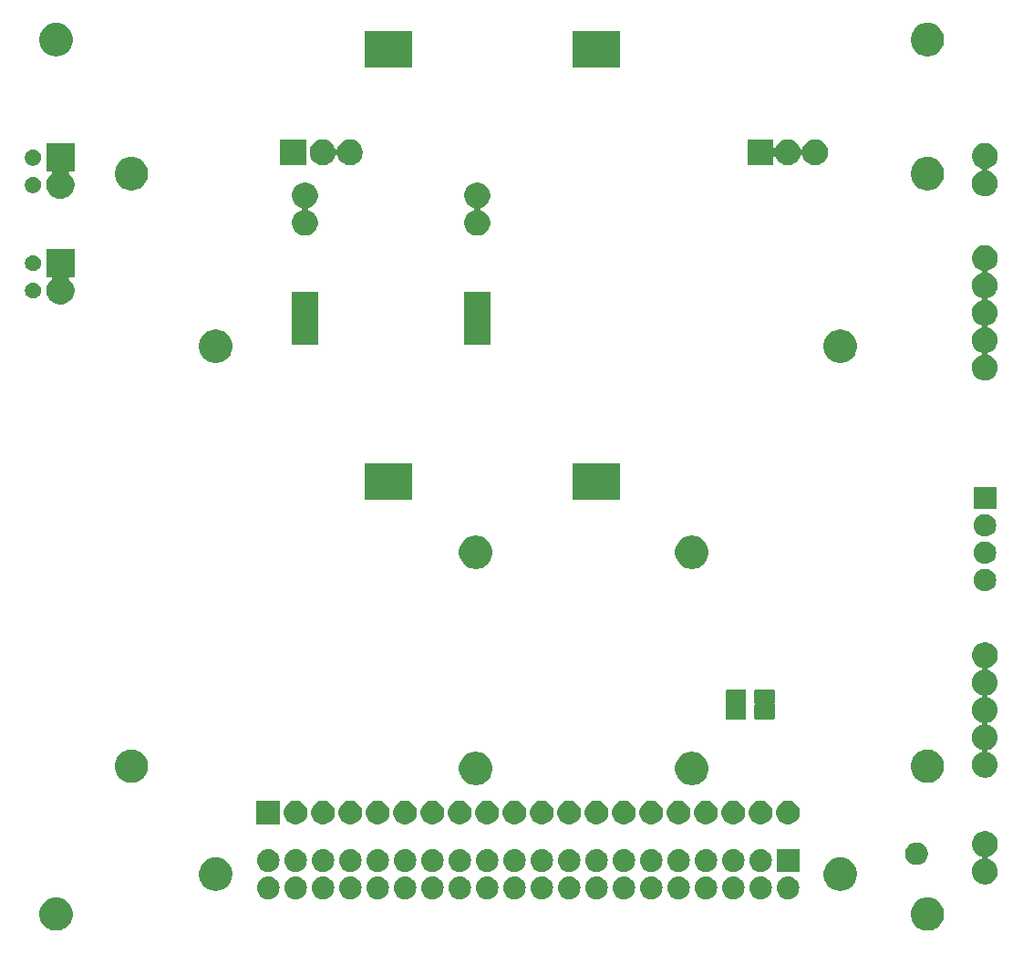
<source format=gbs>
G04 #@! TF.GenerationSoftware,KiCad,Pcbnew,5.1.4-3.fc30*
G04 #@! TF.CreationDate,2019-10-16T23:50:31+02:00*
G04 #@! TF.ProjectId,backplane,6261636b-706c-4616-9e65-2e6b69636164,v2.1-2*
G04 #@! TF.SameCoordinates,Original*
G04 #@! TF.FileFunction,Soldermask,Bot*
G04 #@! TF.FilePolarity,Negative*
%FSLAX46Y46*%
G04 Gerber Fmt 4.6, Leading zero omitted, Abs format (unit mm)*
G04 Created by KiCad (PCBNEW 5.1.4-3.fc30) date 2019-10-16 23:50:31*
%MOMM*%
%LPD*%
G04 APERTURE LIST*
%ADD10C,0.100000*%
G04 APERTURE END LIST*
D10*
G36*
X200200390Y-148869783D02*
G01*
X200350118Y-148899565D01*
X200466960Y-148947963D01*
X200632199Y-149016407D01*
X200632200Y-149016408D01*
X200886068Y-149186036D01*
X201101964Y-149401932D01*
X201215306Y-149571561D01*
X201271593Y-149655801D01*
X201388435Y-149937883D01*
X201448000Y-150237337D01*
X201448000Y-150542663D01*
X201388435Y-150842117D01*
X201271593Y-151124199D01*
X201271592Y-151124200D01*
X201101964Y-151378068D01*
X200886068Y-151593964D01*
X200716439Y-151707306D01*
X200632199Y-151763593D01*
X200466960Y-151832037D01*
X200350118Y-151880435D01*
X200200390Y-151910217D01*
X200050663Y-151940000D01*
X199745337Y-151940000D01*
X199595610Y-151910217D01*
X199445882Y-151880435D01*
X199329040Y-151832037D01*
X199163801Y-151763593D01*
X199079561Y-151707306D01*
X198909932Y-151593964D01*
X198694036Y-151378068D01*
X198524408Y-151124200D01*
X198524407Y-151124199D01*
X198407565Y-150842117D01*
X198348000Y-150542663D01*
X198348000Y-150237337D01*
X198407565Y-149937883D01*
X198524407Y-149655801D01*
X198580694Y-149571561D01*
X198694036Y-149401932D01*
X198909932Y-149186036D01*
X199163800Y-149016408D01*
X199163801Y-149016407D01*
X199329040Y-148947963D01*
X199445882Y-148899565D01*
X199595610Y-148869783D01*
X199745337Y-148840000D01*
X200050663Y-148840000D01*
X200200390Y-148869783D01*
X200200390Y-148869783D01*
G37*
G36*
X119299390Y-148869783D02*
G01*
X119449118Y-148899565D01*
X119565960Y-148947963D01*
X119731199Y-149016407D01*
X119731200Y-149016408D01*
X119985068Y-149186036D01*
X120200964Y-149401932D01*
X120314306Y-149571561D01*
X120370593Y-149655801D01*
X120487435Y-149937883D01*
X120547000Y-150237337D01*
X120547000Y-150542663D01*
X120487435Y-150842117D01*
X120370593Y-151124199D01*
X120370592Y-151124200D01*
X120200964Y-151378068D01*
X119985068Y-151593964D01*
X119815439Y-151707306D01*
X119731199Y-151763593D01*
X119565960Y-151832037D01*
X119449118Y-151880435D01*
X119299390Y-151910217D01*
X119149663Y-151940000D01*
X118844337Y-151940000D01*
X118694610Y-151910217D01*
X118544882Y-151880435D01*
X118428040Y-151832037D01*
X118262801Y-151763593D01*
X118178561Y-151707306D01*
X118008932Y-151593964D01*
X117793036Y-151378068D01*
X117623408Y-151124200D01*
X117623407Y-151124199D01*
X117506565Y-150842117D01*
X117447000Y-150542663D01*
X117447000Y-150237337D01*
X117506565Y-149937883D01*
X117623407Y-149655801D01*
X117679694Y-149571561D01*
X117793036Y-149401932D01*
X118008932Y-149186036D01*
X118262800Y-149016408D01*
X118262801Y-149016407D01*
X118428040Y-148947963D01*
X118544882Y-148899565D01*
X118694610Y-148869783D01*
X118844337Y-148840000D01*
X119149663Y-148840000D01*
X119299390Y-148869783D01*
X119299390Y-148869783D01*
G37*
G36*
X138812707Y-146912597D02*
G01*
X138889836Y-146920193D01*
X139087762Y-146980233D01*
X139087765Y-146980234D01*
X139270170Y-147077732D01*
X139430055Y-147208945D01*
X139561268Y-147368830D01*
X139658766Y-147551235D01*
X139658767Y-147551238D01*
X139718807Y-147749164D01*
X139739080Y-147955000D01*
X139718807Y-148160836D01*
X139658767Y-148358762D01*
X139658766Y-148358765D01*
X139561268Y-148541170D01*
X139430055Y-148701055D01*
X139270170Y-148832268D01*
X139087765Y-148929766D01*
X139087762Y-148929767D01*
X138889836Y-148989807D01*
X138812707Y-148997403D01*
X138735580Y-149005000D01*
X138632420Y-149005000D01*
X138555293Y-148997403D01*
X138478164Y-148989807D01*
X138280238Y-148929767D01*
X138280235Y-148929766D01*
X138097830Y-148832268D01*
X137937945Y-148701055D01*
X137806732Y-148541170D01*
X137709234Y-148358765D01*
X137709233Y-148358762D01*
X137649193Y-148160836D01*
X137628920Y-147955000D01*
X137649193Y-147749164D01*
X137709233Y-147551238D01*
X137709234Y-147551235D01*
X137806732Y-147368830D01*
X137937945Y-147208945D01*
X138097830Y-147077732D01*
X138280235Y-146980234D01*
X138280238Y-146980233D01*
X138478164Y-146920193D01*
X138555293Y-146912597D01*
X138632420Y-146905000D01*
X138735580Y-146905000D01*
X138812707Y-146912597D01*
X138812707Y-146912597D01*
G37*
G36*
X166752707Y-146912597D02*
G01*
X166829836Y-146920193D01*
X167027762Y-146980233D01*
X167027765Y-146980234D01*
X167210170Y-147077732D01*
X167370055Y-147208945D01*
X167501268Y-147368830D01*
X167598766Y-147551235D01*
X167598767Y-147551238D01*
X167658807Y-147749164D01*
X167679080Y-147955000D01*
X167658807Y-148160836D01*
X167598767Y-148358762D01*
X167598766Y-148358765D01*
X167501268Y-148541170D01*
X167370055Y-148701055D01*
X167210170Y-148832268D01*
X167027765Y-148929766D01*
X167027762Y-148929767D01*
X166829836Y-148989807D01*
X166752707Y-148997403D01*
X166675580Y-149005000D01*
X166572420Y-149005000D01*
X166495293Y-148997403D01*
X166418164Y-148989807D01*
X166220238Y-148929767D01*
X166220235Y-148929766D01*
X166037830Y-148832268D01*
X165877945Y-148701055D01*
X165746732Y-148541170D01*
X165649234Y-148358765D01*
X165649233Y-148358762D01*
X165589193Y-148160836D01*
X165568920Y-147955000D01*
X165589193Y-147749164D01*
X165649233Y-147551238D01*
X165649234Y-147551235D01*
X165746732Y-147368830D01*
X165877945Y-147208945D01*
X166037830Y-147077732D01*
X166220235Y-146980234D01*
X166220238Y-146980233D01*
X166418164Y-146920193D01*
X166495293Y-146912597D01*
X166572420Y-146905000D01*
X166675580Y-146905000D01*
X166752707Y-146912597D01*
X166752707Y-146912597D01*
G37*
G36*
X143892707Y-146912597D02*
G01*
X143969836Y-146920193D01*
X144167762Y-146980233D01*
X144167765Y-146980234D01*
X144350170Y-147077732D01*
X144510055Y-147208945D01*
X144641268Y-147368830D01*
X144738766Y-147551235D01*
X144738767Y-147551238D01*
X144798807Y-147749164D01*
X144819080Y-147955000D01*
X144798807Y-148160836D01*
X144738767Y-148358762D01*
X144738766Y-148358765D01*
X144641268Y-148541170D01*
X144510055Y-148701055D01*
X144350170Y-148832268D01*
X144167765Y-148929766D01*
X144167762Y-148929767D01*
X143969836Y-148989807D01*
X143892707Y-148997403D01*
X143815580Y-149005000D01*
X143712420Y-149005000D01*
X143635293Y-148997403D01*
X143558164Y-148989807D01*
X143360238Y-148929767D01*
X143360235Y-148929766D01*
X143177830Y-148832268D01*
X143017945Y-148701055D01*
X142886732Y-148541170D01*
X142789234Y-148358765D01*
X142789233Y-148358762D01*
X142729193Y-148160836D01*
X142708920Y-147955000D01*
X142729193Y-147749164D01*
X142789233Y-147551238D01*
X142789234Y-147551235D01*
X142886732Y-147368830D01*
X143017945Y-147208945D01*
X143177830Y-147077732D01*
X143360235Y-146980234D01*
X143360238Y-146980233D01*
X143558164Y-146920193D01*
X143635293Y-146912597D01*
X143712420Y-146905000D01*
X143815580Y-146905000D01*
X143892707Y-146912597D01*
X143892707Y-146912597D01*
G37*
G36*
X146432707Y-146912597D02*
G01*
X146509836Y-146920193D01*
X146707762Y-146980233D01*
X146707765Y-146980234D01*
X146890170Y-147077732D01*
X147050055Y-147208945D01*
X147181268Y-147368830D01*
X147278766Y-147551235D01*
X147278767Y-147551238D01*
X147338807Y-147749164D01*
X147359080Y-147955000D01*
X147338807Y-148160836D01*
X147278767Y-148358762D01*
X147278766Y-148358765D01*
X147181268Y-148541170D01*
X147050055Y-148701055D01*
X146890170Y-148832268D01*
X146707765Y-148929766D01*
X146707762Y-148929767D01*
X146509836Y-148989807D01*
X146432707Y-148997403D01*
X146355580Y-149005000D01*
X146252420Y-149005000D01*
X146175293Y-148997403D01*
X146098164Y-148989807D01*
X145900238Y-148929767D01*
X145900235Y-148929766D01*
X145717830Y-148832268D01*
X145557945Y-148701055D01*
X145426732Y-148541170D01*
X145329234Y-148358765D01*
X145329233Y-148358762D01*
X145269193Y-148160836D01*
X145248920Y-147955000D01*
X145269193Y-147749164D01*
X145329233Y-147551238D01*
X145329234Y-147551235D01*
X145426732Y-147368830D01*
X145557945Y-147208945D01*
X145717830Y-147077732D01*
X145900235Y-146980234D01*
X145900238Y-146980233D01*
X146098164Y-146920193D01*
X146175293Y-146912597D01*
X146252420Y-146905000D01*
X146355580Y-146905000D01*
X146432707Y-146912597D01*
X146432707Y-146912597D01*
G37*
G36*
X148972707Y-146912597D02*
G01*
X149049836Y-146920193D01*
X149247762Y-146980233D01*
X149247765Y-146980234D01*
X149430170Y-147077732D01*
X149590055Y-147208945D01*
X149721268Y-147368830D01*
X149818766Y-147551235D01*
X149818767Y-147551238D01*
X149878807Y-147749164D01*
X149899080Y-147955000D01*
X149878807Y-148160836D01*
X149818767Y-148358762D01*
X149818766Y-148358765D01*
X149721268Y-148541170D01*
X149590055Y-148701055D01*
X149430170Y-148832268D01*
X149247765Y-148929766D01*
X149247762Y-148929767D01*
X149049836Y-148989807D01*
X148972707Y-148997403D01*
X148895580Y-149005000D01*
X148792420Y-149005000D01*
X148715293Y-148997403D01*
X148638164Y-148989807D01*
X148440238Y-148929767D01*
X148440235Y-148929766D01*
X148257830Y-148832268D01*
X148097945Y-148701055D01*
X147966732Y-148541170D01*
X147869234Y-148358765D01*
X147869233Y-148358762D01*
X147809193Y-148160836D01*
X147788920Y-147955000D01*
X147809193Y-147749164D01*
X147869233Y-147551238D01*
X147869234Y-147551235D01*
X147966732Y-147368830D01*
X148097945Y-147208945D01*
X148257830Y-147077732D01*
X148440235Y-146980234D01*
X148440238Y-146980233D01*
X148638164Y-146920193D01*
X148715293Y-146912597D01*
X148792420Y-146905000D01*
X148895580Y-146905000D01*
X148972707Y-146912597D01*
X148972707Y-146912597D01*
G37*
G36*
X151512707Y-146912597D02*
G01*
X151589836Y-146920193D01*
X151787762Y-146980233D01*
X151787765Y-146980234D01*
X151970170Y-147077732D01*
X152130055Y-147208945D01*
X152261268Y-147368830D01*
X152358766Y-147551235D01*
X152358767Y-147551238D01*
X152418807Y-147749164D01*
X152439080Y-147955000D01*
X152418807Y-148160836D01*
X152358767Y-148358762D01*
X152358766Y-148358765D01*
X152261268Y-148541170D01*
X152130055Y-148701055D01*
X151970170Y-148832268D01*
X151787765Y-148929766D01*
X151787762Y-148929767D01*
X151589836Y-148989807D01*
X151512707Y-148997403D01*
X151435580Y-149005000D01*
X151332420Y-149005000D01*
X151255293Y-148997403D01*
X151178164Y-148989807D01*
X150980238Y-148929767D01*
X150980235Y-148929766D01*
X150797830Y-148832268D01*
X150637945Y-148701055D01*
X150506732Y-148541170D01*
X150409234Y-148358765D01*
X150409233Y-148358762D01*
X150349193Y-148160836D01*
X150328920Y-147955000D01*
X150349193Y-147749164D01*
X150409233Y-147551238D01*
X150409234Y-147551235D01*
X150506732Y-147368830D01*
X150637945Y-147208945D01*
X150797830Y-147077732D01*
X150980235Y-146980234D01*
X150980238Y-146980233D01*
X151178164Y-146920193D01*
X151255293Y-146912597D01*
X151332420Y-146905000D01*
X151435580Y-146905000D01*
X151512707Y-146912597D01*
X151512707Y-146912597D01*
G37*
G36*
X154052707Y-146912597D02*
G01*
X154129836Y-146920193D01*
X154327762Y-146980233D01*
X154327765Y-146980234D01*
X154510170Y-147077732D01*
X154670055Y-147208945D01*
X154801268Y-147368830D01*
X154898766Y-147551235D01*
X154898767Y-147551238D01*
X154958807Y-147749164D01*
X154979080Y-147955000D01*
X154958807Y-148160836D01*
X154898767Y-148358762D01*
X154898766Y-148358765D01*
X154801268Y-148541170D01*
X154670055Y-148701055D01*
X154510170Y-148832268D01*
X154327765Y-148929766D01*
X154327762Y-148929767D01*
X154129836Y-148989807D01*
X154052707Y-148997403D01*
X153975580Y-149005000D01*
X153872420Y-149005000D01*
X153795293Y-148997403D01*
X153718164Y-148989807D01*
X153520238Y-148929767D01*
X153520235Y-148929766D01*
X153337830Y-148832268D01*
X153177945Y-148701055D01*
X153046732Y-148541170D01*
X152949234Y-148358765D01*
X152949233Y-148358762D01*
X152889193Y-148160836D01*
X152868920Y-147955000D01*
X152889193Y-147749164D01*
X152949233Y-147551238D01*
X152949234Y-147551235D01*
X153046732Y-147368830D01*
X153177945Y-147208945D01*
X153337830Y-147077732D01*
X153520235Y-146980234D01*
X153520238Y-146980233D01*
X153718164Y-146920193D01*
X153795293Y-146912597D01*
X153872420Y-146905000D01*
X153975580Y-146905000D01*
X154052707Y-146912597D01*
X154052707Y-146912597D01*
G37*
G36*
X156592707Y-146912597D02*
G01*
X156669836Y-146920193D01*
X156867762Y-146980233D01*
X156867765Y-146980234D01*
X157050170Y-147077732D01*
X157210055Y-147208945D01*
X157341268Y-147368830D01*
X157438766Y-147551235D01*
X157438767Y-147551238D01*
X157498807Y-147749164D01*
X157519080Y-147955000D01*
X157498807Y-148160836D01*
X157438767Y-148358762D01*
X157438766Y-148358765D01*
X157341268Y-148541170D01*
X157210055Y-148701055D01*
X157050170Y-148832268D01*
X156867765Y-148929766D01*
X156867762Y-148929767D01*
X156669836Y-148989807D01*
X156592707Y-148997403D01*
X156515580Y-149005000D01*
X156412420Y-149005000D01*
X156335293Y-148997403D01*
X156258164Y-148989807D01*
X156060238Y-148929767D01*
X156060235Y-148929766D01*
X155877830Y-148832268D01*
X155717945Y-148701055D01*
X155586732Y-148541170D01*
X155489234Y-148358765D01*
X155489233Y-148358762D01*
X155429193Y-148160836D01*
X155408920Y-147955000D01*
X155429193Y-147749164D01*
X155489233Y-147551238D01*
X155489234Y-147551235D01*
X155586732Y-147368830D01*
X155717945Y-147208945D01*
X155877830Y-147077732D01*
X156060235Y-146980234D01*
X156060238Y-146980233D01*
X156258164Y-146920193D01*
X156335293Y-146912597D01*
X156412420Y-146905000D01*
X156515580Y-146905000D01*
X156592707Y-146912597D01*
X156592707Y-146912597D01*
G37*
G36*
X159132707Y-146912597D02*
G01*
X159209836Y-146920193D01*
X159407762Y-146980233D01*
X159407765Y-146980234D01*
X159590170Y-147077732D01*
X159750055Y-147208945D01*
X159881268Y-147368830D01*
X159978766Y-147551235D01*
X159978767Y-147551238D01*
X160038807Y-147749164D01*
X160059080Y-147955000D01*
X160038807Y-148160836D01*
X159978767Y-148358762D01*
X159978766Y-148358765D01*
X159881268Y-148541170D01*
X159750055Y-148701055D01*
X159590170Y-148832268D01*
X159407765Y-148929766D01*
X159407762Y-148929767D01*
X159209836Y-148989807D01*
X159132707Y-148997403D01*
X159055580Y-149005000D01*
X158952420Y-149005000D01*
X158875293Y-148997403D01*
X158798164Y-148989807D01*
X158600238Y-148929767D01*
X158600235Y-148929766D01*
X158417830Y-148832268D01*
X158257945Y-148701055D01*
X158126732Y-148541170D01*
X158029234Y-148358765D01*
X158029233Y-148358762D01*
X157969193Y-148160836D01*
X157948920Y-147955000D01*
X157969193Y-147749164D01*
X158029233Y-147551238D01*
X158029234Y-147551235D01*
X158126732Y-147368830D01*
X158257945Y-147208945D01*
X158417830Y-147077732D01*
X158600235Y-146980234D01*
X158600238Y-146980233D01*
X158798164Y-146920193D01*
X158875293Y-146912597D01*
X158952420Y-146905000D01*
X159055580Y-146905000D01*
X159132707Y-146912597D01*
X159132707Y-146912597D01*
G37*
G36*
X161672707Y-146912597D02*
G01*
X161749836Y-146920193D01*
X161947762Y-146980233D01*
X161947765Y-146980234D01*
X162130170Y-147077732D01*
X162290055Y-147208945D01*
X162421268Y-147368830D01*
X162518766Y-147551235D01*
X162518767Y-147551238D01*
X162578807Y-147749164D01*
X162599080Y-147955000D01*
X162578807Y-148160836D01*
X162518767Y-148358762D01*
X162518766Y-148358765D01*
X162421268Y-148541170D01*
X162290055Y-148701055D01*
X162130170Y-148832268D01*
X161947765Y-148929766D01*
X161947762Y-148929767D01*
X161749836Y-148989807D01*
X161672707Y-148997403D01*
X161595580Y-149005000D01*
X161492420Y-149005000D01*
X161415293Y-148997403D01*
X161338164Y-148989807D01*
X161140238Y-148929767D01*
X161140235Y-148929766D01*
X160957830Y-148832268D01*
X160797945Y-148701055D01*
X160666732Y-148541170D01*
X160569234Y-148358765D01*
X160569233Y-148358762D01*
X160509193Y-148160836D01*
X160488920Y-147955000D01*
X160509193Y-147749164D01*
X160569233Y-147551238D01*
X160569234Y-147551235D01*
X160666732Y-147368830D01*
X160797945Y-147208945D01*
X160957830Y-147077732D01*
X161140235Y-146980234D01*
X161140238Y-146980233D01*
X161338164Y-146920193D01*
X161415293Y-146912597D01*
X161492420Y-146905000D01*
X161595580Y-146905000D01*
X161672707Y-146912597D01*
X161672707Y-146912597D01*
G37*
G36*
X164212707Y-146912597D02*
G01*
X164289836Y-146920193D01*
X164487762Y-146980233D01*
X164487765Y-146980234D01*
X164670170Y-147077732D01*
X164830055Y-147208945D01*
X164961268Y-147368830D01*
X165058766Y-147551235D01*
X165058767Y-147551238D01*
X165118807Y-147749164D01*
X165139080Y-147955000D01*
X165118807Y-148160836D01*
X165058767Y-148358762D01*
X165058766Y-148358765D01*
X164961268Y-148541170D01*
X164830055Y-148701055D01*
X164670170Y-148832268D01*
X164487765Y-148929766D01*
X164487762Y-148929767D01*
X164289836Y-148989807D01*
X164212707Y-148997403D01*
X164135580Y-149005000D01*
X164032420Y-149005000D01*
X163955293Y-148997403D01*
X163878164Y-148989807D01*
X163680238Y-148929767D01*
X163680235Y-148929766D01*
X163497830Y-148832268D01*
X163337945Y-148701055D01*
X163206732Y-148541170D01*
X163109234Y-148358765D01*
X163109233Y-148358762D01*
X163049193Y-148160836D01*
X163028920Y-147955000D01*
X163049193Y-147749164D01*
X163109233Y-147551238D01*
X163109234Y-147551235D01*
X163206732Y-147368830D01*
X163337945Y-147208945D01*
X163497830Y-147077732D01*
X163680235Y-146980234D01*
X163680238Y-146980233D01*
X163878164Y-146920193D01*
X163955293Y-146912597D01*
X164032420Y-146905000D01*
X164135580Y-146905000D01*
X164212707Y-146912597D01*
X164212707Y-146912597D01*
G37*
G36*
X169292707Y-146912597D02*
G01*
X169369836Y-146920193D01*
X169567762Y-146980233D01*
X169567765Y-146980234D01*
X169750170Y-147077732D01*
X169910055Y-147208945D01*
X170041268Y-147368830D01*
X170138766Y-147551235D01*
X170138767Y-147551238D01*
X170198807Y-147749164D01*
X170219080Y-147955000D01*
X170198807Y-148160836D01*
X170138767Y-148358762D01*
X170138766Y-148358765D01*
X170041268Y-148541170D01*
X169910055Y-148701055D01*
X169750170Y-148832268D01*
X169567765Y-148929766D01*
X169567762Y-148929767D01*
X169369836Y-148989807D01*
X169292707Y-148997403D01*
X169215580Y-149005000D01*
X169112420Y-149005000D01*
X169035293Y-148997403D01*
X168958164Y-148989807D01*
X168760238Y-148929767D01*
X168760235Y-148929766D01*
X168577830Y-148832268D01*
X168417945Y-148701055D01*
X168286732Y-148541170D01*
X168189234Y-148358765D01*
X168189233Y-148358762D01*
X168129193Y-148160836D01*
X168108920Y-147955000D01*
X168129193Y-147749164D01*
X168189233Y-147551238D01*
X168189234Y-147551235D01*
X168286732Y-147368830D01*
X168417945Y-147208945D01*
X168577830Y-147077732D01*
X168760235Y-146980234D01*
X168760238Y-146980233D01*
X168958164Y-146920193D01*
X169035293Y-146912597D01*
X169112420Y-146905000D01*
X169215580Y-146905000D01*
X169292707Y-146912597D01*
X169292707Y-146912597D01*
G37*
G36*
X171832707Y-146912597D02*
G01*
X171909836Y-146920193D01*
X172107762Y-146980233D01*
X172107765Y-146980234D01*
X172290170Y-147077732D01*
X172450055Y-147208945D01*
X172581268Y-147368830D01*
X172678766Y-147551235D01*
X172678767Y-147551238D01*
X172738807Y-147749164D01*
X172759080Y-147955000D01*
X172738807Y-148160836D01*
X172678767Y-148358762D01*
X172678766Y-148358765D01*
X172581268Y-148541170D01*
X172450055Y-148701055D01*
X172290170Y-148832268D01*
X172107765Y-148929766D01*
X172107762Y-148929767D01*
X171909836Y-148989807D01*
X171832707Y-148997403D01*
X171755580Y-149005000D01*
X171652420Y-149005000D01*
X171575293Y-148997403D01*
X171498164Y-148989807D01*
X171300238Y-148929767D01*
X171300235Y-148929766D01*
X171117830Y-148832268D01*
X170957945Y-148701055D01*
X170826732Y-148541170D01*
X170729234Y-148358765D01*
X170729233Y-148358762D01*
X170669193Y-148160836D01*
X170648920Y-147955000D01*
X170669193Y-147749164D01*
X170729233Y-147551238D01*
X170729234Y-147551235D01*
X170826732Y-147368830D01*
X170957945Y-147208945D01*
X171117830Y-147077732D01*
X171300235Y-146980234D01*
X171300238Y-146980233D01*
X171498164Y-146920193D01*
X171575293Y-146912597D01*
X171652420Y-146905000D01*
X171755580Y-146905000D01*
X171832707Y-146912597D01*
X171832707Y-146912597D01*
G37*
G36*
X174372707Y-146912597D02*
G01*
X174449836Y-146920193D01*
X174647762Y-146980233D01*
X174647765Y-146980234D01*
X174830170Y-147077732D01*
X174990055Y-147208945D01*
X175121268Y-147368830D01*
X175218766Y-147551235D01*
X175218767Y-147551238D01*
X175278807Y-147749164D01*
X175299080Y-147955000D01*
X175278807Y-148160836D01*
X175218767Y-148358762D01*
X175218766Y-148358765D01*
X175121268Y-148541170D01*
X174990055Y-148701055D01*
X174830170Y-148832268D01*
X174647765Y-148929766D01*
X174647762Y-148929767D01*
X174449836Y-148989807D01*
X174372707Y-148997403D01*
X174295580Y-149005000D01*
X174192420Y-149005000D01*
X174115293Y-148997403D01*
X174038164Y-148989807D01*
X173840238Y-148929767D01*
X173840235Y-148929766D01*
X173657830Y-148832268D01*
X173497945Y-148701055D01*
X173366732Y-148541170D01*
X173269234Y-148358765D01*
X173269233Y-148358762D01*
X173209193Y-148160836D01*
X173188920Y-147955000D01*
X173209193Y-147749164D01*
X173269233Y-147551238D01*
X173269234Y-147551235D01*
X173366732Y-147368830D01*
X173497945Y-147208945D01*
X173657830Y-147077732D01*
X173840235Y-146980234D01*
X173840238Y-146980233D01*
X174038164Y-146920193D01*
X174115293Y-146912597D01*
X174192420Y-146905000D01*
X174295580Y-146905000D01*
X174372707Y-146912597D01*
X174372707Y-146912597D01*
G37*
G36*
X176912707Y-146912597D02*
G01*
X176989836Y-146920193D01*
X177187762Y-146980233D01*
X177187765Y-146980234D01*
X177370170Y-147077732D01*
X177530055Y-147208945D01*
X177661268Y-147368830D01*
X177758766Y-147551235D01*
X177758767Y-147551238D01*
X177818807Y-147749164D01*
X177839080Y-147955000D01*
X177818807Y-148160836D01*
X177758767Y-148358762D01*
X177758766Y-148358765D01*
X177661268Y-148541170D01*
X177530055Y-148701055D01*
X177370170Y-148832268D01*
X177187765Y-148929766D01*
X177187762Y-148929767D01*
X176989836Y-148989807D01*
X176912707Y-148997403D01*
X176835580Y-149005000D01*
X176732420Y-149005000D01*
X176655293Y-148997403D01*
X176578164Y-148989807D01*
X176380238Y-148929767D01*
X176380235Y-148929766D01*
X176197830Y-148832268D01*
X176037945Y-148701055D01*
X175906732Y-148541170D01*
X175809234Y-148358765D01*
X175809233Y-148358762D01*
X175749193Y-148160836D01*
X175728920Y-147955000D01*
X175749193Y-147749164D01*
X175809233Y-147551238D01*
X175809234Y-147551235D01*
X175906732Y-147368830D01*
X176037945Y-147208945D01*
X176197830Y-147077732D01*
X176380235Y-146980234D01*
X176380238Y-146980233D01*
X176578164Y-146920193D01*
X176655293Y-146912597D01*
X176732420Y-146905000D01*
X176835580Y-146905000D01*
X176912707Y-146912597D01*
X176912707Y-146912597D01*
G37*
G36*
X179452707Y-146912597D02*
G01*
X179529836Y-146920193D01*
X179727762Y-146980233D01*
X179727765Y-146980234D01*
X179910170Y-147077732D01*
X180070055Y-147208945D01*
X180201268Y-147368830D01*
X180298766Y-147551235D01*
X180298767Y-147551238D01*
X180358807Y-147749164D01*
X180379080Y-147955000D01*
X180358807Y-148160836D01*
X180298767Y-148358762D01*
X180298766Y-148358765D01*
X180201268Y-148541170D01*
X180070055Y-148701055D01*
X179910170Y-148832268D01*
X179727765Y-148929766D01*
X179727762Y-148929767D01*
X179529836Y-148989807D01*
X179452707Y-148997403D01*
X179375580Y-149005000D01*
X179272420Y-149005000D01*
X179195293Y-148997403D01*
X179118164Y-148989807D01*
X178920238Y-148929767D01*
X178920235Y-148929766D01*
X178737830Y-148832268D01*
X178577945Y-148701055D01*
X178446732Y-148541170D01*
X178349234Y-148358765D01*
X178349233Y-148358762D01*
X178289193Y-148160836D01*
X178268920Y-147955000D01*
X178289193Y-147749164D01*
X178349233Y-147551238D01*
X178349234Y-147551235D01*
X178446732Y-147368830D01*
X178577945Y-147208945D01*
X178737830Y-147077732D01*
X178920235Y-146980234D01*
X178920238Y-146980233D01*
X179118164Y-146920193D01*
X179195293Y-146912597D01*
X179272420Y-146905000D01*
X179375580Y-146905000D01*
X179452707Y-146912597D01*
X179452707Y-146912597D01*
G37*
G36*
X181992707Y-146912597D02*
G01*
X182069836Y-146920193D01*
X182267762Y-146980233D01*
X182267765Y-146980234D01*
X182450170Y-147077732D01*
X182610055Y-147208945D01*
X182741268Y-147368830D01*
X182838766Y-147551235D01*
X182838767Y-147551238D01*
X182898807Y-147749164D01*
X182919080Y-147955000D01*
X182898807Y-148160836D01*
X182838767Y-148358762D01*
X182838766Y-148358765D01*
X182741268Y-148541170D01*
X182610055Y-148701055D01*
X182450170Y-148832268D01*
X182267765Y-148929766D01*
X182267762Y-148929767D01*
X182069836Y-148989807D01*
X181992707Y-148997403D01*
X181915580Y-149005000D01*
X181812420Y-149005000D01*
X181735293Y-148997403D01*
X181658164Y-148989807D01*
X181460238Y-148929767D01*
X181460235Y-148929766D01*
X181277830Y-148832268D01*
X181117945Y-148701055D01*
X180986732Y-148541170D01*
X180889234Y-148358765D01*
X180889233Y-148358762D01*
X180829193Y-148160836D01*
X180808920Y-147955000D01*
X180829193Y-147749164D01*
X180889233Y-147551238D01*
X180889234Y-147551235D01*
X180986732Y-147368830D01*
X181117945Y-147208945D01*
X181277830Y-147077732D01*
X181460235Y-146980234D01*
X181460238Y-146980233D01*
X181658164Y-146920193D01*
X181735293Y-146912597D01*
X181812420Y-146905000D01*
X181915580Y-146905000D01*
X181992707Y-146912597D01*
X181992707Y-146912597D01*
G37*
G36*
X184532707Y-146912597D02*
G01*
X184609836Y-146920193D01*
X184807762Y-146980233D01*
X184807765Y-146980234D01*
X184990170Y-147077732D01*
X185150055Y-147208945D01*
X185281268Y-147368830D01*
X185378766Y-147551235D01*
X185378767Y-147551238D01*
X185438807Y-147749164D01*
X185459080Y-147955000D01*
X185438807Y-148160836D01*
X185378767Y-148358762D01*
X185378766Y-148358765D01*
X185281268Y-148541170D01*
X185150055Y-148701055D01*
X184990170Y-148832268D01*
X184807765Y-148929766D01*
X184807762Y-148929767D01*
X184609836Y-148989807D01*
X184532707Y-148997403D01*
X184455580Y-149005000D01*
X184352420Y-149005000D01*
X184275293Y-148997403D01*
X184198164Y-148989807D01*
X184000238Y-148929767D01*
X184000235Y-148929766D01*
X183817830Y-148832268D01*
X183657945Y-148701055D01*
X183526732Y-148541170D01*
X183429234Y-148358765D01*
X183429233Y-148358762D01*
X183369193Y-148160836D01*
X183348920Y-147955000D01*
X183369193Y-147749164D01*
X183429233Y-147551238D01*
X183429234Y-147551235D01*
X183526732Y-147368830D01*
X183657945Y-147208945D01*
X183817830Y-147077732D01*
X184000235Y-146980234D01*
X184000238Y-146980233D01*
X184198164Y-146920193D01*
X184275293Y-146912597D01*
X184352420Y-146905000D01*
X184455580Y-146905000D01*
X184532707Y-146912597D01*
X184532707Y-146912597D01*
G37*
G36*
X187072707Y-146912597D02*
G01*
X187149836Y-146920193D01*
X187347762Y-146980233D01*
X187347765Y-146980234D01*
X187530170Y-147077732D01*
X187690055Y-147208945D01*
X187821268Y-147368830D01*
X187918766Y-147551235D01*
X187918767Y-147551238D01*
X187978807Y-147749164D01*
X187999080Y-147955000D01*
X187978807Y-148160836D01*
X187918767Y-148358762D01*
X187918766Y-148358765D01*
X187821268Y-148541170D01*
X187690055Y-148701055D01*
X187530170Y-148832268D01*
X187347765Y-148929766D01*
X187347762Y-148929767D01*
X187149836Y-148989807D01*
X187072707Y-148997403D01*
X186995580Y-149005000D01*
X186892420Y-149005000D01*
X186815293Y-148997403D01*
X186738164Y-148989807D01*
X186540238Y-148929767D01*
X186540235Y-148929766D01*
X186357830Y-148832268D01*
X186197945Y-148701055D01*
X186066732Y-148541170D01*
X185969234Y-148358765D01*
X185969233Y-148358762D01*
X185909193Y-148160836D01*
X185888920Y-147955000D01*
X185909193Y-147749164D01*
X185969233Y-147551238D01*
X185969234Y-147551235D01*
X186066732Y-147368830D01*
X186197945Y-147208945D01*
X186357830Y-147077732D01*
X186540235Y-146980234D01*
X186540238Y-146980233D01*
X186738164Y-146920193D01*
X186815293Y-146912597D01*
X186892420Y-146905000D01*
X186995580Y-146905000D01*
X187072707Y-146912597D01*
X187072707Y-146912597D01*
G37*
G36*
X141352707Y-146912597D02*
G01*
X141429836Y-146920193D01*
X141627762Y-146980233D01*
X141627765Y-146980234D01*
X141810170Y-147077732D01*
X141970055Y-147208945D01*
X142101268Y-147368830D01*
X142198766Y-147551235D01*
X142198767Y-147551238D01*
X142258807Y-147749164D01*
X142279080Y-147955000D01*
X142258807Y-148160836D01*
X142198767Y-148358762D01*
X142198766Y-148358765D01*
X142101268Y-148541170D01*
X141970055Y-148701055D01*
X141810170Y-148832268D01*
X141627765Y-148929766D01*
X141627762Y-148929767D01*
X141429836Y-148989807D01*
X141352707Y-148997403D01*
X141275580Y-149005000D01*
X141172420Y-149005000D01*
X141095293Y-148997403D01*
X141018164Y-148989807D01*
X140820238Y-148929767D01*
X140820235Y-148929766D01*
X140637830Y-148832268D01*
X140477945Y-148701055D01*
X140346732Y-148541170D01*
X140249234Y-148358765D01*
X140249233Y-148358762D01*
X140189193Y-148160836D01*
X140168920Y-147955000D01*
X140189193Y-147749164D01*
X140249233Y-147551238D01*
X140249234Y-147551235D01*
X140346732Y-147368830D01*
X140477945Y-147208945D01*
X140637830Y-147077732D01*
X140820235Y-146980234D01*
X140820238Y-146980233D01*
X141018164Y-146920193D01*
X141095293Y-146912597D01*
X141172420Y-146905000D01*
X141275580Y-146905000D01*
X141352707Y-146912597D01*
X141352707Y-146912597D01*
G37*
G36*
X192113648Y-145164237D02*
G01*
X192266118Y-145194565D01*
X192382960Y-145242963D01*
X192548199Y-145311407D01*
X192548200Y-145311408D01*
X192802068Y-145481036D01*
X193017964Y-145696932D01*
X193131306Y-145866561D01*
X193187593Y-145950801D01*
X193256037Y-146116040D01*
X193304435Y-146232882D01*
X193364000Y-146532338D01*
X193364000Y-146837662D01*
X193316248Y-147077732D01*
X193304435Y-147137117D01*
X193187593Y-147419199D01*
X193177976Y-147433592D01*
X193017964Y-147673068D01*
X192802068Y-147888964D01*
X192703237Y-147955000D01*
X192548199Y-148058593D01*
X192382960Y-148127037D01*
X192266118Y-148175435D01*
X192116390Y-148205217D01*
X191966663Y-148235000D01*
X191661337Y-148235000D01*
X191511610Y-148205217D01*
X191361882Y-148175435D01*
X191245040Y-148127037D01*
X191079801Y-148058593D01*
X190924763Y-147955000D01*
X190825932Y-147888964D01*
X190610036Y-147673068D01*
X190450024Y-147433592D01*
X190440407Y-147419199D01*
X190323565Y-147137117D01*
X190311753Y-147077732D01*
X190264000Y-146837662D01*
X190264000Y-146532338D01*
X190323565Y-146232882D01*
X190371963Y-146116040D01*
X190440407Y-145950801D01*
X190496694Y-145866561D01*
X190610036Y-145696932D01*
X190825932Y-145481036D01*
X191079800Y-145311408D01*
X191079801Y-145311407D01*
X191245040Y-145242963D01*
X191361882Y-145194565D01*
X191514352Y-145164237D01*
X191661337Y-145135000D01*
X191966663Y-145135000D01*
X192113648Y-145164237D01*
X192113648Y-145164237D01*
G37*
G36*
X134113648Y-145164237D02*
G01*
X134266118Y-145194565D01*
X134382960Y-145242963D01*
X134548199Y-145311407D01*
X134548200Y-145311408D01*
X134802068Y-145481036D01*
X135017964Y-145696932D01*
X135131306Y-145866561D01*
X135187593Y-145950801D01*
X135256037Y-146116040D01*
X135304435Y-146232882D01*
X135364000Y-146532338D01*
X135364000Y-146837662D01*
X135316248Y-147077732D01*
X135304435Y-147137117D01*
X135187593Y-147419199D01*
X135177976Y-147433592D01*
X135017964Y-147673068D01*
X134802068Y-147888964D01*
X134703237Y-147955000D01*
X134548199Y-148058593D01*
X134382960Y-148127037D01*
X134266118Y-148175435D01*
X134116390Y-148205217D01*
X133966663Y-148235000D01*
X133661337Y-148235000D01*
X133511610Y-148205217D01*
X133361882Y-148175435D01*
X133245040Y-148127037D01*
X133079801Y-148058593D01*
X132924763Y-147955000D01*
X132825932Y-147888964D01*
X132610036Y-147673068D01*
X132450024Y-147433592D01*
X132440407Y-147419199D01*
X132323565Y-147137117D01*
X132311753Y-147077732D01*
X132264000Y-146837662D01*
X132264000Y-146532338D01*
X132323565Y-146232882D01*
X132371963Y-146116040D01*
X132440407Y-145950801D01*
X132496694Y-145866561D01*
X132610036Y-145696932D01*
X132825932Y-145481036D01*
X133079800Y-145311408D01*
X133079801Y-145311407D01*
X133245040Y-145242963D01*
X133361882Y-145194565D01*
X133514352Y-145164237D01*
X133661337Y-145135000D01*
X133966663Y-145135000D01*
X134113648Y-145164237D01*
X134113648Y-145164237D01*
G37*
G36*
X205582026Y-142737115D02*
G01*
X205800411Y-142827573D01*
X205800413Y-142827574D01*
X205996955Y-142958899D01*
X206164101Y-143126045D01*
X206295427Y-143322589D01*
X206385885Y-143540974D01*
X206432000Y-143772809D01*
X206432000Y-144009191D01*
X206385885Y-144241026D01*
X206334533Y-144365000D01*
X206295426Y-144459413D01*
X206164101Y-144655955D01*
X205996955Y-144823101D01*
X205800413Y-144954426D01*
X205800412Y-144954427D01*
X205800411Y-144954427D01*
X205572688Y-145048753D01*
X205551077Y-145060304D01*
X205532135Y-145075849D01*
X205516590Y-145094791D01*
X205505039Y-145116402D01*
X205497926Y-145139851D01*
X205495524Y-145164237D01*
X205497926Y-145188623D01*
X205505039Y-145212072D01*
X205516590Y-145233683D01*
X205532135Y-145252625D01*
X205551077Y-145268170D01*
X205584235Y-145283853D01*
X205693442Y-145316981D01*
X205693444Y-145316982D01*
X205693447Y-145316983D01*
X205901910Y-145428408D01*
X206084634Y-145578366D01*
X206234592Y-145761090D01*
X206346018Y-145969555D01*
X206346019Y-145969558D01*
X206414637Y-146195759D01*
X206437806Y-146431000D01*
X206414637Y-146666241D01*
X206362636Y-146837662D01*
X206346018Y-146892445D01*
X206234592Y-147100910D01*
X206084634Y-147283634D01*
X205901910Y-147433592D01*
X205693445Y-147545018D01*
X205693442Y-147545019D01*
X205467241Y-147613637D01*
X205349714Y-147625212D01*
X205290951Y-147631000D01*
X205173049Y-147631000D01*
X205114286Y-147625212D01*
X204996759Y-147613637D01*
X204770558Y-147545019D01*
X204770555Y-147545018D01*
X204562090Y-147433592D01*
X204379366Y-147283634D01*
X204229408Y-147100910D01*
X204117982Y-146892445D01*
X204101364Y-146837662D01*
X204049363Y-146666241D01*
X204026194Y-146431000D01*
X204049363Y-146195759D01*
X204117981Y-145969558D01*
X204117982Y-145969555D01*
X204229408Y-145761090D01*
X204379366Y-145578366D01*
X204562090Y-145428408D01*
X204770553Y-145316983D01*
X204770556Y-145316982D01*
X204770558Y-145316981D01*
X204879766Y-145283853D01*
X204902401Y-145274476D01*
X204922776Y-145260862D01*
X204940103Y-145243535D01*
X204953716Y-145223161D01*
X204963094Y-145200522D01*
X204967874Y-145176489D01*
X204967874Y-145151985D01*
X204963094Y-145127951D01*
X204953716Y-145105313D01*
X204940102Y-145084938D01*
X204922775Y-145067611D01*
X204891312Y-145048753D01*
X204663589Y-144954427D01*
X204663588Y-144954427D01*
X204663587Y-144954426D01*
X204467045Y-144823101D01*
X204299899Y-144655955D01*
X204168574Y-144459413D01*
X204129467Y-144365000D01*
X204078115Y-144241026D01*
X204032000Y-144009191D01*
X204032000Y-143772809D01*
X204078115Y-143540974D01*
X204168573Y-143322589D01*
X204299899Y-143126045D01*
X204467045Y-142958899D01*
X204663587Y-142827574D01*
X204663589Y-142827573D01*
X204881974Y-142737115D01*
X205113809Y-142691000D01*
X205350191Y-142691000D01*
X205582026Y-142737115D01*
X205582026Y-142737115D01*
G37*
G36*
X169292707Y-144372597D02*
G01*
X169369836Y-144380193D01*
X169567762Y-144440233D01*
X169567765Y-144440234D01*
X169750170Y-144537732D01*
X169910055Y-144668945D01*
X170041268Y-144828830D01*
X170138766Y-145011235D01*
X170138767Y-145011238D01*
X170198807Y-145209164D01*
X170219080Y-145415000D01*
X170198807Y-145620836D01*
X170147598Y-145789649D01*
X170138766Y-145818765D01*
X170041268Y-146001170D01*
X169910055Y-146161055D01*
X169750170Y-146292268D01*
X169567765Y-146389766D01*
X169567762Y-146389767D01*
X169369836Y-146449807D01*
X169292707Y-146457403D01*
X169215580Y-146465000D01*
X169112420Y-146465000D01*
X169035293Y-146457403D01*
X168958164Y-146449807D01*
X168760238Y-146389767D01*
X168760235Y-146389766D01*
X168577830Y-146292268D01*
X168417945Y-146161055D01*
X168286732Y-146001170D01*
X168189234Y-145818765D01*
X168180402Y-145789649D01*
X168129193Y-145620836D01*
X168108920Y-145415000D01*
X168129193Y-145209164D01*
X168189233Y-145011238D01*
X168189234Y-145011235D01*
X168286732Y-144828830D01*
X168417945Y-144668945D01*
X168577830Y-144537732D01*
X168760235Y-144440234D01*
X168760238Y-144440233D01*
X168958164Y-144380193D01*
X169035293Y-144372597D01*
X169112420Y-144365000D01*
X169215580Y-144365000D01*
X169292707Y-144372597D01*
X169292707Y-144372597D01*
G37*
G36*
X164212707Y-144372597D02*
G01*
X164289836Y-144380193D01*
X164487762Y-144440233D01*
X164487765Y-144440234D01*
X164670170Y-144537732D01*
X164830055Y-144668945D01*
X164961268Y-144828830D01*
X165058766Y-145011235D01*
X165058767Y-145011238D01*
X165118807Y-145209164D01*
X165139080Y-145415000D01*
X165118807Y-145620836D01*
X165067598Y-145789649D01*
X165058766Y-145818765D01*
X164961268Y-146001170D01*
X164830055Y-146161055D01*
X164670170Y-146292268D01*
X164487765Y-146389766D01*
X164487762Y-146389767D01*
X164289836Y-146449807D01*
X164212707Y-146457403D01*
X164135580Y-146465000D01*
X164032420Y-146465000D01*
X163955293Y-146457403D01*
X163878164Y-146449807D01*
X163680238Y-146389767D01*
X163680235Y-146389766D01*
X163497830Y-146292268D01*
X163337945Y-146161055D01*
X163206732Y-146001170D01*
X163109234Y-145818765D01*
X163100402Y-145789649D01*
X163049193Y-145620836D01*
X163028920Y-145415000D01*
X163049193Y-145209164D01*
X163109233Y-145011238D01*
X163109234Y-145011235D01*
X163206732Y-144828830D01*
X163337945Y-144668945D01*
X163497830Y-144537732D01*
X163680235Y-144440234D01*
X163680238Y-144440233D01*
X163878164Y-144380193D01*
X163955293Y-144372597D01*
X164032420Y-144365000D01*
X164135580Y-144365000D01*
X164212707Y-144372597D01*
X164212707Y-144372597D01*
G37*
G36*
X171832707Y-144372597D02*
G01*
X171909836Y-144380193D01*
X172107762Y-144440233D01*
X172107765Y-144440234D01*
X172290170Y-144537732D01*
X172450055Y-144668945D01*
X172581268Y-144828830D01*
X172678766Y-145011235D01*
X172678767Y-145011238D01*
X172738807Y-145209164D01*
X172759080Y-145415000D01*
X172738807Y-145620836D01*
X172687598Y-145789649D01*
X172678766Y-145818765D01*
X172581268Y-146001170D01*
X172450055Y-146161055D01*
X172290170Y-146292268D01*
X172107765Y-146389766D01*
X172107762Y-146389767D01*
X171909836Y-146449807D01*
X171832707Y-146457403D01*
X171755580Y-146465000D01*
X171652420Y-146465000D01*
X171575293Y-146457403D01*
X171498164Y-146449807D01*
X171300238Y-146389767D01*
X171300235Y-146389766D01*
X171117830Y-146292268D01*
X170957945Y-146161055D01*
X170826732Y-146001170D01*
X170729234Y-145818765D01*
X170720402Y-145789649D01*
X170669193Y-145620836D01*
X170648920Y-145415000D01*
X170669193Y-145209164D01*
X170729233Y-145011238D01*
X170729234Y-145011235D01*
X170826732Y-144828830D01*
X170957945Y-144668945D01*
X171117830Y-144537732D01*
X171300235Y-144440234D01*
X171300238Y-144440233D01*
X171498164Y-144380193D01*
X171575293Y-144372597D01*
X171652420Y-144365000D01*
X171755580Y-144365000D01*
X171832707Y-144372597D01*
X171832707Y-144372597D01*
G37*
G36*
X161672707Y-144372597D02*
G01*
X161749836Y-144380193D01*
X161947762Y-144440233D01*
X161947765Y-144440234D01*
X162130170Y-144537732D01*
X162290055Y-144668945D01*
X162421268Y-144828830D01*
X162518766Y-145011235D01*
X162518767Y-145011238D01*
X162578807Y-145209164D01*
X162599080Y-145415000D01*
X162578807Y-145620836D01*
X162527598Y-145789649D01*
X162518766Y-145818765D01*
X162421268Y-146001170D01*
X162290055Y-146161055D01*
X162130170Y-146292268D01*
X161947765Y-146389766D01*
X161947762Y-146389767D01*
X161749836Y-146449807D01*
X161672707Y-146457403D01*
X161595580Y-146465000D01*
X161492420Y-146465000D01*
X161415293Y-146457403D01*
X161338164Y-146449807D01*
X161140238Y-146389767D01*
X161140235Y-146389766D01*
X160957830Y-146292268D01*
X160797945Y-146161055D01*
X160666732Y-146001170D01*
X160569234Y-145818765D01*
X160560402Y-145789649D01*
X160509193Y-145620836D01*
X160488920Y-145415000D01*
X160509193Y-145209164D01*
X160569233Y-145011238D01*
X160569234Y-145011235D01*
X160666732Y-144828830D01*
X160797945Y-144668945D01*
X160957830Y-144537732D01*
X161140235Y-144440234D01*
X161140238Y-144440233D01*
X161338164Y-144380193D01*
X161415293Y-144372597D01*
X161492420Y-144365000D01*
X161595580Y-144365000D01*
X161672707Y-144372597D01*
X161672707Y-144372597D01*
G37*
G36*
X143892707Y-144372597D02*
G01*
X143969836Y-144380193D01*
X144167762Y-144440233D01*
X144167765Y-144440234D01*
X144350170Y-144537732D01*
X144510055Y-144668945D01*
X144641268Y-144828830D01*
X144738766Y-145011235D01*
X144738767Y-145011238D01*
X144798807Y-145209164D01*
X144819080Y-145415000D01*
X144798807Y-145620836D01*
X144747598Y-145789649D01*
X144738766Y-145818765D01*
X144641268Y-146001170D01*
X144510055Y-146161055D01*
X144350170Y-146292268D01*
X144167765Y-146389766D01*
X144167762Y-146389767D01*
X143969836Y-146449807D01*
X143892707Y-146457403D01*
X143815580Y-146465000D01*
X143712420Y-146465000D01*
X143635293Y-146457403D01*
X143558164Y-146449807D01*
X143360238Y-146389767D01*
X143360235Y-146389766D01*
X143177830Y-146292268D01*
X143017945Y-146161055D01*
X142886732Y-146001170D01*
X142789234Y-145818765D01*
X142780402Y-145789649D01*
X142729193Y-145620836D01*
X142708920Y-145415000D01*
X142729193Y-145209164D01*
X142789233Y-145011238D01*
X142789234Y-145011235D01*
X142886732Y-144828830D01*
X143017945Y-144668945D01*
X143177830Y-144537732D01*
X143360235Y-144440234D01*
X143360238Y-144440233D01*
X143558164Y-144380193D01*
X143635293Y-144372597D01*
X143712420Y-144365000D01*
X143815580Y-144365000D01*
X143892707Y-144372597D01*
X143892707Y-144372597D01*
G37*
G36*
X174372707Y-144372597D02*
G01*
X174449836Y-144380193D01*
X174647762Y-144440233D01*
X174647765Y-144440234D01*
X174830170Y-144537732D01*
X174990055Y-144668945D01*
X175121268Y-144828830D01*
X175218766Y-145011235D01*
X175218767Y-145011238D01*
X175278807Y-145209164D01*
X175299080Y-145415000D01*
X175278807Y-145620836D01*
X175227598Y-145789649D01*
X175218766Y-145818765D01*
X175121268Y-146001170D01*
X174990055Y-146161055D01*
X174830170Y-146292268D01*
X174647765Y-146389766D01*
X174647762Y-146389767D01*
X174449836Y-146449807D01*
X174372707Y-146457403D01*
X174295580Y-146465000D01*
X174192420Y-146465000D01*
X174115293Y-146457403D01*
X174038164Y-146449807D01*
X173840238Y-146389767D01*
X173840235Y-146389766D01*
X173657830Y-146292268D01*
X173497945Y-146161055D01*
X173366732Y-146001170D01*
X173269234Y-145818765D01*
X173260402Y-145789649D01*
X173209193Y-145620836D01*
X173188920Y-145415000D01*
X173209193Y-145209164D01*
X173269233Y-145011238D01*
X173269234Y-145011235D01*
X173366732Y-144828830D01*
X173497945Y-144668945D01*
X173657830Y-144537732D01*
X173840235Y-144440234D01*
X173840238Y-144440233D01*
X174038164Y-144380193D01*
X174115293Y-144372597D01*
X174192420Y-144365000D01*
X174295580Y-144365000D01*
X174372707Y-144372597D01*
X174372707Y-144372597D01*
G37*
G36*
X159132707Y-144372597D02*
G01*
X159209836Y-144380193D01*
X159407762Y-144440233D01*
X159407765Y-144440234D01*
X159590170Y-144537732D01*
X159750055Y-144668945D01*
X159881268Y-144828830D01*
X159978766Y-145011235D01*
X159978767Y-145011238D01*
X160038807Y-145209164D01*
X160059080Y-145415000D01*
X160038807Y-145620836D01*
X159987598Y-145789649D01*
X159978766Y-145818765D01*
X159881268Y-146001170D01*
X159750055Y-146161055D01*
X159590170Y-146292268D01*
X159407765Y-146389766D01*
X159407762Y-146389767D01*
X159209836Y-146449807D01*
X159132707Y-146457403D01*
X159055580Y-146465000D01*
X158952420Y-146465000D01*
X158875293Y-146457403D01*
X158798164Y-146449807D01*
X158600238Y-146389767D01*
X158600235Y-146389766D01*
X158417830Y-146292268D01*
X158257945Y-146161055D01*
X158126732Y-146001170D01*
X158029234Y-145818765D01*
X158020402Y-145789649D01*
X157969193Y-145620836D01*
X157948920Y-145415000D01*
X157969193Y-145209164D01*
X158029233Y-145011238D01*
X158029234Y-145011235D01*
X158126732Y-144828830D01*
X158257945Y-144668945D01*
X158417830Y-144537732D01*
X158600235Y-144440234D01*
X158600238Y-144440233D01*
X158798164Y-144380193D01*
X158875293Y-144372597D01*
X158952420Y-144365000D01*
X159055580Y-144365000D01*
X159132707Y-144372597D01*
X159132707Y-144372597D01*
G37*
G36*
X176912707Y-144372597D02*
G01*
X176989836Y-144380193D01*
X177187762Y-144440233D01*
X177187765Y-144440234D01*
X177370170Y-144537732D01*
X177530055Y-144668945D01*
X177661268Y-144828830D01*
X177758766Y-145011235D01*
X177758767Y-145011238D01*
X177818807Y-145209164D01*
X177839080Y-145415000D01*
X177818807Y-145620836D01*
X177767598Y-145789649D01*
X177758766Y-145818765D01*
X177661268Y-146001170D01*
X177530055Y-146161055D01*
X177370170Y-146292268D01*
X177187765Y-146389766D01*
X177187762Y-146389767D01*
X176989836Y-146449807D01*
X176912707Y-146457403D01*
X176835580Y-146465000D01*
X176732420Y-146465000D01*
X176655293Y-146457403D01*
X176578164Y-146449807D01*
X176380238Y-146389767D01*
X176380235Y-146389766D01*
X176197830Y-146292268D01*
X176037945Y-146161055D01*
X175906732Y-146001170D01*
X175809234Y-145818765D01*
X175800402Y-145789649D01*
X175749193Y-145620836D01*
X175728920Y-145415000D01*
X175749193Y-145209164D01*
X175809233Y-145011238D01*
X175809234Y-145011235D01*
X175906732Y-144828830D01*
X176037945Y-144668945D01*
X176197830Y-144537732D01*
X176380235Y-144440234D01*
X176380238Y-144440233D01*
X176578164Y-144380193D01*
X176655293Y-144372597D01*
X176732420Y-144365000D01*
X176835580Y-144365000D01*
X176912707Y-144372597D01*
X176912707Y-144372597D01*
G37*
G36*
X156592707Y-144372597D02*
G01*
X156669836Y-144380193D01*
X156867762Y-144440233D01*
X156867765Y-144440234D01*
X157050170Y-144537732D01*
X157210055Y-144668945D01*
X157341268Y-144828830D01*
X157438766Y-145011235D01*
X157438767Y-145011238D01*
X157498807Y-145209164D01*
X157519080Y-145415000D01*
X157498807Y-145620836D01*
X157447598Y-145789649D01*
X157438766Y-145818765D01*
X157341268Y-146001170D01*
X157210055Y-146161055D01*
X157050170Y-146292268D01*
X156867765Y-146389766D01*
X156867762Y-146389767D01*
X156669836Y-146449807D01*
X156592707Y-146457403D01*
X156515580Y-146465000D01*
X156412420Y-146465000D01*
X156335293Y-146457403D01*
X156258164Y-146449807D01*
X156060238Y-146389767D01*
X156060235Y-146389766D01*
X155877830Y-146292268D01*
X155717945Y-146161055D01*
X155586732Y-146001170D01*
X155489234Y-145818765D01*
X155480402Y-145789649D01*
X155429193Y-145620836D01*
X155408920Y-145415000D01*
X155429193Y-145209164D01*
X155489233Y-145011238D01*
X155489234Y-145011235D01*
X155586732Y-144828830D01*
X155717945Y-144668945D01*
X155877830Y-144537732D01*
X156060235Y-144440234D01*
X156060238Y-144440233D01*
X156258164Y-144380193D01*
X156335293Y-144372597D01*
X156412420Y-144365000D01*
X156515580Y-144365000D01*
X156592707Y-144372597D01*
X156592707Y-144372597D01*
G37*
G36*
X179452707Y-144372597D02*
G01*
X179529836Y-144380193D01*
X179727762Y-144440233D01*
X179727765Y-144440234D01*
X179910170Y-144537732D01*
X180070055Y-144668945D01*
X180201268Y-144828830D01*
X180298766Y-145011235D01*
X180298767Y-145011238D01*
X180358807Y-145209164D01*
X180379080Y-145415000D01*
X180358807Y-145620836D01*
X180307598Y-145789649D01*
X180298766Y-145818765D01*
X180201268Y-146001170D01*
X180070055Y-146161055D01*
X179910170Y-146292268D01*
X179727765Y-146389766D01*
X179727762Y-146389767D01*
X179529836Y-146449807D01*
X179452707Y-146457403D01*
X179375580Y-146465000D01*
X179272420Y-146465000D01*
X179195293Y-146457403D01*
X179118164Y-146449807D01*
X178920238Y-146389767D01*
X178920235Y-146389766D01*
X178737830Y-146292268D01*
X178577945Y-146161055D01*
X178446732Y-146001170D01*
X178349234Y-145818765D01*
X178340402Y-145789649D01*
X178289193Y-145620836D01*
X178268920Y-145415000D01*
X178289193Y-145209164D01*
X178349233Y-145011238D01*
X178349234Y-145011235D01*
X178446732Y-144828830D01*
X178577945Y-144668945D01*
X178737830Y-144537732D01*
X178920235Y-144440234D01*
X178920238Y-144440233D01*
X179118164Y-144380193D01*
X179195293Y-144372597D01*
X179272420Y-144365000D01*
X179375580Y-144365000D01*
X179452707Y-144372597D01*
X179452707Y-144372597D01*
G37*
G36*
X181992707Y-144372597D02*
G01*
X182069836Y-144380193D01*
X182267762Y-144440233D01*
X182267765Y-144440234D01*
X182450170Y-144537732D01*
X182610055Y-144668945D01*
X182741268Y-144828830D01*
X182838766Y-145011235D01*
X182838767Y-145011238D01*
X182898807Y-145209164D01*
X182919080Y-145415000D01*
X182898807Y-145620836D01*
X182847598Y-145789649D01*
X182838766Y-145818765D01*
X182741268Y-146001170D01*
X182610055Y-146161055D01*
X182450170Y-146292268D01*
X182267765Y-146389766D01*
X182267762Y-146389767D01*
X182069836Y-146449807D01*
X181992707Y-146457403D01*
X181915580Y-146465000D01*
X181812420Y-146465000D01*
X181735293Y-146457403D01*
X181658164Y-146449807D01*
X181460238Y-146389767D01*
X181460235Y-146389766D01*
X181277830Y-146292268D01*
X181117945Y-146161055D01*
X180986732Y-146001170D01*
X180889234Y-145818765D01*
X180880402Y-145789649D01*
X180829193Y-145620836D01*
X180808920Y-145415000D01*
X180829193Y-145209164D01*
X180889233Y-145011238D01*
X180889234Y-145011235D01*
X180986732Y-144828830D01*
X181117945Y-144668945D01*
X181277830Y-144537732D01*
X181460235Y-144440234D01*
X181460238Y-144440233D01*
X181658164Y-144380193D01*
X181735293Y-144372597D01*
X181812420Y-144365000D01*
X181915580Y-144365000D01*
X181992707Y-144372597D01*
X181992707Y-144372597D01*
G37*
G36*
X151512707Y-144372597D02*
G01*
X151589836Y-144380193D01*
X151787762Y-144440233D01*
X151787765Y-144440234D01*
X151970170Y-144537732D01*
X152130055Y-144668945D01*
X152261268Y-144828830D01*
X152358766Y-145011235D01*
X152358767Y-145011238D01*
X152418807Y-145209164D01*
X152439080Y-145415000D01*
X152418807Y-145620836D01*
X152367598Y-145789649D01*
X152358766Y-145818765D01*
X152261268Y-146001170D01*
X152130055Y-146161055D01*
X151970170Y-146292268D01*
X151787765Y-146389766D01*
X151787762Y-146389767D01*
X151589836Y-146449807D01*
X151512707Y-146457403D01*
X151435580Y-146465000D01*
X151332420Y-146465000D01*
X151255293Y-146457403D01*
X151178164Y-146449807D01*
X150980238Y-146389767D01*
X150980235Y-146389766D01*
X150797830Y-146292268D01*
X150637945Y-146161055D01*
X150506732Y-146001170D01*
X150409234Y-145818765D01*
X150400402Y-145789649D01*
X150349193Y-145620836D01*
X150328920Y-145415000D01*
X150349193Y-145209164D01*
X150409233Y-145011238D01*
X150409234Y-145011235D01*
X150506732Y-144828830D01*
X150637945Y-144668945D01*
X150797830Y-144537732D01*
X150980235Y-144440234D01*
X150980238Y-144440233D01*
X151178164Y-144380193D01*
X151255293Y-144372597D01*
X151332420Y-144365000D01*
X151435580Y-144365000D01*
X151512707Y-144372597D01*
X151512707Y-144372597D01*
G37*
G36*
X184532707Y-144372597D02*
G01*
X184609836Y-144380193D01*
X184807762Y-144440233D01*
X184807765Y-144440234D01*
X184990170Y-144537732D01*
X185150055Y-144668945D01*
X185281268Y-144828830D01*
X185378766Y-145011235D01*
X185378767Y-145011238D01*
X185438807Y-145209164D01*
X185459080Y-145415000D01*
X185438807Y-145620836D01*
X185387598Y-145789649D01*
X185378766Y-145818765D01*
X185281268Y-146001170D01*
X185150055Y-146161055D01*
X184990170Y-146292268D01*
X184807765Y-146389766D01*
X184807762Y-146389767D01*
X184609836Y-146449807D01*
X184532707Y-146457403D01*
X184455580Y-146465000D01*
X184352420Y-146465000D01*
X184275293Y-146457403D01*
X184198164Y-146449807D01*
X184000238Y-146389767D01*
X184000235Y-146389766D01*
X183817830Y-146292268D01*
X183657945Y-146161055D01*
X183526732Y-146001170D01*
X183429234Y-145818765D01*
X183420402Y-145789649D01*
X183369193Y-145620836D01*
X183348920Y-145415000D01*
X183369193Y-145209164D01*
X183429233Y-145011238D01*
X183429234Y-145011235D01*
X183526732Y-144828830D01*
X183657945Y-144668945D01*
X183817830Y-144537732D01*
X184000235Y-144440234D01*
X184000238Y-144440233D01*
X184198164Y-144380193D01*
X184275293Y-144372597D01*
X184352420Y-144365000D01*
X184455580Y-144365000D01*
X184532707Y-144372597D01*
X184532707Y-144372597D01*
G37*
G36*
X148972707Y-144372597D02*
G01*
X149049836Y-144380193D01*
X149247762Y-144440233D01*
X149247765Y-144440234D01*
X149430170Y-144537732D01*
X149590055Y-144668945D01*
X149721268Y-144828830D01*
X149818766Y-145011235D01*
X149818767Y-145011238D01*
X149878807Y-145209164D01*
X149899080Y-145415000D01*
X149878807Y-145620836D01*
X149827598Y-145789649D01*
X149818766Y-145818765D01*
X149721268Y-146001170D01*
X149590055Y-146161055D01*
X149430170Y-146292268D01*
X149247765Y-146389766D01*
X149247762Y-146389767D01*
X149049836Y-146449807D01*
X148972707Y-146457403D01*
X148895580Y-146465000D01*
X148792420Y-146465000D01*
X148715293Y-146457403D01*
X148638164Y-146449807D01*
X148440238Y-146389767D01*
X148440235Y-146389766D01*
X148257830Y-146292268D01*
X148097945Y-146161055D01*
X147966732Y-146001170D01*
X147869234Y-145818765D01*
X147860402Y-145789649D01*
X147809193Y-145620836D01*
X147788920Y-145415000D01*
X147809193Y-145209164D01*
X147869233Y-145011238D01*
X147869234Y-145011235D01*
X147966732Y-144828830D01*
X148097945Y-144668945D01*
X148257830Y-144537732D01*
X148440235Y-144440234D01*
X148440238Y-144440233D01*
X148638164Y-144380193D01*
X148715293Y-144372597D01*
X148792420Y-144365000D01*
X148895580Y-144365000D01*
X148972707Y-144372597D01*
X148972707Y-144372597D01*
G37*
G36*
X146432707Y-144372597D02*
G01*
X146509836Y-144380193D01*
X146707762Y-144440233D01*
X146707765Y-144440234D01*
X146890170Y-144537732D01*
X147050055Y-144668945D01*
X147181268Y-144828830D01*
X147278766Y-145011235D01*
X147278767Y-145011238D01*
X147338807Y-145209164D01*
X147359080Y-145415000D01*
X147338807Y-145620836D01*
X147287598Y-145789649D01*
X147278766Y-145818765D01*
X147181268Y-146001170D01*
X147050055Y-146161055D01*
X146890170Y-146292268D01*
X146707765Y-146389766D01*
X146707762Y-146389767D01*
X146509836Y-146449807D01*
X146432707Y-146457403D01*
X146355580Y-146465000D01*
X146252420Y-146465000D01*
X146175293Y-146457403D01*
X146098164Y-146449807D01*
X145900238Y-146389767D01*
X145900235Y-146389766D01*
X145717830Y-146292268D01*
X145557945Y-146161055D01*
X145426732Y-146001170D01*
X145329234Y-145818765D01*
X145320402Y-145789649D01*
X145269193Y-145620836D01*
X145248920Y-145415000D01*
X145269193Y-145209164D01*
X145329233Y-145011238D01*
X145329234Y-145011235D01*
X145426732Y-144828830D01*
X145557945Y-144668945D01*
X145717830Y-144537732D01*
X145900235Y-144440234D01*
X145900238Y-144440233D01*
X146098164Y-144380193D01*
X146175293Y-144372597D01*
X146252420Y-144365000D01*
X146355580Y-144365000D01*
X146432707Y-144372597D01*
X146432707Y-144372597D01*
G37*
G36*
X141352707Y-144372597D02*
G01*
X141429836Y-144380193D01*
X141627762Y-144440233D01*
X141627765Y-144440234D01*
X141810170Y-144537732D01*
X141970055Y-144668945D01*
X142101268Y-144828830D01*
X142198766Y-145011235D01*
X142198767Y-145011238D01*
X142258807Y-145209164D01*
X142279080Y-145415000D01*
X142258807Y-145620836D01*
X142207598Y-145789649D01*
X142198766Y-145818765D01*
X142101268Y-146001170D01*
X141970055Y-146161055D01*
X141810170Y-146292268D01*
X141627765Y-146389766D01*
X141627762Y-146389767D01*
X141429836Y-146449807D01*
X141352707Y-146457403D01*
X141275580Y-146465000D01*
X141172420Y-146465000D01*
X141095293Y-146457403D01*
X141018164Y-146449807D01*
X140820238Y-146389767D01*
X140820235Y-146389766D01*
X140637830Y-146292268D01*
X140477945Y-146161055D01*
X140346732Y-146001170D01*
X140249234Y-145818765D01*
X140240402Y-145789649D01*
X140189193Y-145620836D01*
X140168920Y-145415000D01*
X140189193Y-145209164D01*
X140249233Y-145011238D01*
X140249234Y-145011235D01*
X140346732Y-144828830D01*
X140477945Y-144668945D01*
X140637830Y-144537732D01*
X140820235Y-144440234D01*
X140820238Y-144440233D01*
X141018164Y-144380193D01*
X141095293Y-144372597D01*
X141172420Y-144365000D01*
X141275580Y-144365000D01*
X141352707Y-144372597D01*
X141352707Y-144372597D01*
G37*
G36*
X138812707Y-144372597D02*
G01*
X138889836Y-144380193D01*
X139087762Y-144440233D01*
X139087765Y-144440234D01*
X139270170Y-144537732D01*
X139430055Y-144668945D01*
X139561268Y-144828830D01*
X139658766Y-145011235D01*
X139658767Y-145011238D01*
X139718807Y-145209164D01*
X139739080Y-145415000D01*
X139718807Y-145620836D01*
X139667598Y-145789649D01*
X139658766Y-145818765D01*
X139561268Y-146001170D01*
X139430055Y-146161055D01*
X139270170Y-146292268D01*
X139087765Y-146389766D01*
X139087762Y-146389767D01*
X138889836Y-146449807D01*
X138812707Y-146457403D01*
X138735580Y-146465000D01*
X138632420Y-146465000D01*
X138555293Y-146457403D01*
X138478164Y-146449807D01*
X138280238Y-146389767D01*
X138280235Y-146389766D01*
X138097830Y-146292268D01*
X137937945Y-146161055D01*
X137806732Y-146001170D01*
X137709234Y-145818765D01*
X137700402Y-145789649D01*
X137649193Y-145620836D01*
X137628920Y-145415000D01*
X137649193Y-145209164D01*
X137709233Y-145011238D01*
X137709234Y-145011235D01*
X137806732Y-144828830D01*
X137937945Y-144668945D01*
X138097830Y-144537732D01*
X138280235Y-144440234D01*
X138280238Y-144440233D01*
X138478164Y-144380193D01*
X138555293Y-144372597D01*
X138632420Y-144365000D01*
X138735580Y-144365000D01*
X138812707Y-144372597D01*
X138812707Y-144372597D01*
G37*
G36*
X187994000Y-146465000D02*
G01*
X185894000Y-146465000D01*
X185894000Y-144365000D01*
X187994000Y-144365000D01*
X187994000Y-146465000D01*
X187994000Y-146465000D01*
G37*
G36*
X154052707Y-144372597D02*
G01*
X154129836Y-144380193D01*
X154327762Y-144440233D01*
X154327765Y-144440234D01*
X154510170Y-144537732D01*
X154670055Y-144668945D01*
X154801268Y-144828830D01*
X154898766Y-145011235D01*
X154898767Y-145011238D01*
X154958807Y-145209164D01*
X154979080Y-145415000D01*
X154958807Y-145620836D01*
X154907598Y-145789649D01*
X154898766Y-145818765D01*
X154801268Y-146001170D01*
X154670055Y-146161055D01*
X154510170Y-146292268D01*
X154327765Y-146389766D01*
X154327762Y-146389767D01*
X154129836Y-146449807D01*
X154052707Y-146457403D01*
X153975580Y-146465000D01*
X153872420Y-146465000D01*
X153795293Y-146457403D01*
X153718164Y-146449807D01*
X153520238Y-146389767D01*
X153520235Y-146389766D01*
X153337830Y-146292268D01*
X153177945Y-146161055D01*
X153046732Y-146001170D01*
X152949234Y-145818765D01*
X152940402Y-145789649D01*
X152889193Y-145620836D01*
X152868920Y-145415000D01*
X152889193Y-145209164D01*
X152949233Y-145011238D01*
X152949234Y-145011235D01*
X153046732Y-144828830D01*
X153177945Y-144668945D01*
X153337830Y-144537732D01*
X153520235Y-144440234D01*
X153520238Y-144440233D01*
X153718164Y-144380193D01*
X153795293Y-144372597D01*
X153872420Y-144365000D01*
X153975580Y-144365000D01*
X154052707Y-144372597D01*
X154052707Y-144372597D01*
G37*
G36*
X166752707Y-144372597D02*
G01*
X166829836Y-144380193D01*
X167027762Y-144440233D01*
X167027765Y-144440234D01*
X167210170Y-144537732D01*
X167370055Y-144668945D01*
X167501268Y-144828830D01*
X167598766Y-145011235D01*
X167598767Y-145011238D01*
X167658807Y-145209164D01*
X167679080Y-145415000D01*
X167658807Y-145620836D01*
X167607598Y-145789649D01*
X167598766Y-145818765D01*
X167501268Y-146001170D01*
X167370055Y-146161055D01*
X167210170Y-146292268D01*
X167027765Y-146389766D01*
X167027762Y-146389767D01*
X166829836Y-146449807D01*
X166752707Y-146457403D01*
X166675580Y-146465000D01*
X166572420Y-146465000D01*
X166495293Y-146457403D01*
X166418164Y-146449807D01*
X166220238Y-146389767D01*
X166220235Y-146389766D01*
X166037830Y-146292268D01*
X165877945Y-146161055D01*
X165746732Y-146001170D01*
X165649234Y-145818765D01*
X165640402Y-145789649D01*
X165589193Y-145620836D01*
X165568920Y-145415000D01*
X165589193Y-145209164D01*
X165649233Y-145011238D01*
X165649234Y-145011235D01*
X165746732Y-144828830D01*
X165877945Y-144668945D01*
X166037830Y-144537732D01*
X166220235Y-144440234D01*
X166220238Y-144440233D01*
X166418164Y-144380193D01*
X166495293Y-144372597D01*
X166572420Y-144365000D01*
X166675580Y-144365000D01*
X166752707Y-144372597D01*
X166752707Y-144372597D01*
G37*
G36*
X199010687Y-143735027D02*
G01*
X199188274Y-143770350D01*
X199379362Y-143849502D01*
X199551336Y-143964411D01*
X199697589Y-144110664D01*
X199812498Y-144282638D01*
X199891650Y-144473726D01*
X199932000Y-144676584D01*
X199932000Y-144883416D01*
X199891650Y-145086274D01*
X199812498Y-145277362D01*
X199697589Y-145449336D01*
X199551336Y-145595589D01*
X199379362Y-145710498D01*
X199188274Y-145789650D01*
X199010687Y-145824973D01*
X198985417Y-145830000D01*
X198778583Y-145830000D01*
X198753313Y-145824973D01*
X198575726Y-145789650D01*
X198384638Y-145710498D01*
X198212664Y-145595589D01*
X198066411Y-145449336D01*
X197951502Y-145277362D01*
X197872350Y-145086274D01*
X197832000Y-144883416D01*
X197832000Y-144676584D01*
X197872350Y-144473726D01*
X197951502Y-144282638D01*
X198066411Y-144110664D01*
X198212664Y-143964411D01*
X198384638Y-143849502D01*
X198575726Y-143770350D01*
X198753313Y-143735027D01*
X198778583Y-143730000D01*
X198985417Y-143730000D01*
X199010687Y-143735027D01*
X199010687Y-143735027D01*
G37*
G36*
X187264857Y-139912272D02*
G01*
X187465043Y-139995192D01*
X187465045Y-139995193D01*
X187555738Y-140055792D01*
X187645208Y-140115574D01*
X187798426Y-140268792D01*
X187918808Y-140448957D01*
X188001728Y-140649143D01*
X188044000Y-140861658D01*
X188044000Y-141078342D01*
X188001728Y-141290857D01*
X187918808Y-141491043D01*
X187918807Y-141491045D01*
X187798425Y-141671209D01*
X187645209Y-141824425D01*
X187465045Y-141944807D01*
X187465044Y-141944808D01*
X187465043Y-141944808D01*
X187264857Y-142027728D01*
X187052342Y-142070000D01*
X186835658Y-142070000D01*
X186623143Y-142027728D01*
X186422957Y-141944808D01*
X186422956Y-141944808D01*
X186422955Y-141944807D01*
X186242791Y-141824425D01*
X186089575Y-141671209D01*
X185969193Y-141491045D01*
X185969192Y-141491043D01*
X185886272Y-141290857D01*
X185844000Y-141078342D01*
X185844000Y-140861658D01*
X185886272Y-140649143D01*
X185969192Y-140448957D01*
X186089574Y-140268792D01*
X186242792Y-140115574D01*
X186332262Y-140055792D01*
X186422955Y-139995193D01*
X186422957Y-139995192D01*
X186623143Y-139912272D01*
X186835658Y-139870000D01*
X187052342Y-139870000D01*
X187264857Y-139912272D01*
X187264857Y-139912272D01*
G37*
G36*
X184724857Y-139912272D02*
G01*
X184925043Y-139995192D01*
X184925045Y-139995193D01*
X185015738Y-140055792D01*
X185105208Y-140115574D01*
X185258426Y-140268792D01*
X185378808Y-140448957D01*
X185461728Y-140649143D01*
X185504000Y-140861658D01*
X185504000Y-141078342D01*
X185461728Y-141290857D01*
X185378808Y-141491043D01*
X185378807Y-141491045D01*
X185258425Y-141671209D01*
X185105209Y-141824425D01*
X184925045Y-141944807D01*
X184925044Y-141944808D01*
X184925043Y-141944808D01*
X184724857Y-142027728D01*
X184512342Y-142070000D01*
X184295658Y-142070000D01*
X184083143Y-142027728D01*
X183882957Y-141944808D01*
X183882956Y-141944808D01*
X183882955Y-141944807D01*
X183702791Y-141824425D01*
X183549575Y-141671209D01*
X183429193Y-141491045D01*
X183429192Y-141491043D01*
X183346272Y-141290857D01*
X183304000Y-141078342D01*
X183304000Y-140861658D01*
X183346272Y-140649143D01*
X183429192Y-140448957D01*
X183549574Y-140268792D01*
X183702792Y-140115574D01*
X183792262Y-140055792D01*
X183882955Y-139995193D01*
X183882957Y-139995192D01*
X184083143Y-139912272D01*
X184295658Y-139870000D01*
X184512342Y-139870000D01*
X184724857Y-139912272D01*
X184724857Y-139912272D01*
G37*
G36*
X182184857Y-139912272D02*
G01*
X182385043Y-139995192D01*
X182385045Y-139995193D01*
X182475738Y-140055792D01*
X182565208Y-140115574D01*
X182718426Y-140268792D01*
X182838808Y-140448957D01*
X182921728Y-140649143D01*
X182964000Y-140861658D01*
X182964000Y-141078342D01*
X182921728Y-141290857D01*
X182838808Y-141491043D01*
X182838807Y-141491045D01*
X182718425Y-141671209D01*
X182565209Y-141824425D01*
X182385045Y-141944807D01*
X182385044Y-141944808D01*
X182385043Y-141944808D01*
X182184857Y-142027728D01*
X181972342Y-142070000D01*
X181755658Y-142070000D01*
X181543143Y-142027728D01*
X181342957Y-141944808D01*
X181342956Y-141944808D01*
X181342955Y-141944807D01*
X181162791Y-141824425D01*
X181009575Y-141671209D01*
X180889193Y-141491045D01*
X180889192Y-141491043D01*
X180806272Y-141290857D01*
X180764000Y-141078342D01*
X180764000Y-140861658D01*
X180806272Y-140649143D01*
X180889192Y-140448957D01*
X181009574Y-140268792D01*
X181162792Y-140115574D01*
X181252262Y-140055792D01*
X181342955Y-139995193D01*
X181342957Y-139995192D01*
X181543143Y-139912272D01*
X181755658Y-139870000D01*
X181972342Y-139870000D01*
X182184857Y-139912272D01*
X182184857Y-139912272D01*
G37*
G36*
X179644857Y-139912272D02*
G01*
X179845043Y-139995192D01*
X179845045Y-139995193D01*
X179935738Y-140055792D01*
X180025208Y-140115574D01*
X180178426Y-140268792D01*
X180298808Y-140448957D01*
X180381728Y-140649143D01*
X180424000Y-140861658D01*
X180424000Y-141078342D01*
X180381728Y-141290857D01*
X180298808Y-141491043D01*
X180298807Y-141491045D01*
X180178425Y-141671209D01*
X180025209Y-141824425D01*
X179845045Y-141944807D01*
X179845044Y-141944808D01*
X179845043Y-141944808D01*
X179644857Y-142027728D01*
X179432342Y-142070000D01*
X179215658Y-142070000D01*
X179003143Y-142027728D01*
X178802957Y-141944808D01*
X178802956Y-141944808D01*
X178802955Y-141944807D01*
X178622791Y-141824425D01*
X178469575Y-141671209D01*
X178349193Y-141491045D01*
X178349192Y-141491043D01*
X178266272Y-141290857D01*
X178224000Y-141078342D01*
X178224000Y-140861658D01*
X178266272Y-140649143D01*
X178349192Y-140448957D01*
X178469574Y-140268792D01*
X178622792Y-140115574D01*
X178712262Y-140055792D01*
X178802955Y-139995193D01*
X178802957Y-139995192D01*
X179003143Y-139912272D01*
X179215658Y-139870000D01*
X179432342Y-139870000D01*
X179644857Y-139912272D01*
X179644857Y-139912272D01*
G37*
G36*
X177104857Y-139912272D02*
G01*
X177305043Y-139995192D01*
X177305045Y-139995193D01*
X177395738Y-140055792D01*
X177485208Y-140115574D01*
X177638426Y-140268792D01*
X177758808Y-140448957D01*
X177841728Y-140649143D01*
X177884000Y-140861658D01*
X177884000Y-141078342D01*
X177841728Y-141290857D01*
X177758808Y-141491043D01*
X177758807Y-141491045D01*
X177638425Y-141671209D01*
X177485209Y-141824425D01*
X177305045Y-141944807D01*
X177305044Y-141944808D01*
X177305043Y-141944808D01*
X177104857Y-142027728D01*
X176892342Y-142070000D01*
X176675658Y-142070000D01*
X176463143Y-142027728D01*
X176262957Y-141944808D01*
X176262956Y-141944808D01*
X176262955Y-141944807D01*
X176082791Y-141824425D01*
X175929575Y-141671209D01*
X175809193Y-141491045D01*
X175809192Y-141491043D01*
X175726272Y-141290857D01*
X175684000Y-141078342D01*
X175684000Y-140861658D01*
X175726272Y-140649143D01*
X175809192Y-140448957D01*
X175929574Y-140268792D01*
X176082792Y-140115574D01*
X176172262Y-140055792D01*
X176262955Y-139995193D01*
X176262957Y-139995192D01*
X176463143Y-139912272D01*
X176675658Y-139870000D01*
X176892342Y-139870000D01*
X177104857Y-139912272D01*
X177104857Y-139912272D01*
G37*
G36*
X174564857Y-139912272D02*
G01*
X174765043Y-139995192D01*
X174765045Y-139995193D01*
X174855738Y-140055792D01*
X174945208Y-140115574D01*
X175098426Y-140268792D01*
X175218808Y-140448957D01*
X175301728Y-140649143D01*
X175344000Y-140861658D01*
X175344000Y-141078342D01*
X175301728Y-141290857D01*
X175218808Y-141491043D01*
X175218807Y-141491045D01*
X175098425Y-141671209D01*
X174945209Y-141824425D01*
X174765045Y-141944807D01*
X174765044Y-141944808D01*
X174765043Y-141944808D01*
X174564857Y-142027728D01*
X174352342Y-142070000D01*
X174135658Y-142070000D01*
X173923143Y-142027728D01*
X173722957Y-141944808D01*
X173722956Y-141944808D01*
X173722955Y-141944807D01*
X173542791Y-141824425D01*
X173389575Y-141671209D01*
X173269193Y-141491045D01*
X173269192Y-141491043D01*
X173186272Y-141290857D01*
X173144000Y-141078342D01*
X173144000Y-140861658D01*
X173186272Y-140649143D01*
X173269192Y-140448957D01*
X173389574Y-140268792D01*
X173542792Y-140115574D01*
X173632262Y-140055792D01*
X173722955Y-139995193D01*
X173722957Y-139995192D01*
X173923143Y-139912272D01*
X174135658Y-139870000D01*
X174352342Y-139870000D01*
X174564857Y-139912272D01*
X174564857Y-139912272D01*
G37*
G36*
X172024857Y-139912272D02*
G01*
X172225043Y-139995192D01*
X172225045Y-139995193D01*
X172315738Y-140055792D01*
X172405208Y-140115574D01*
X172558426Y-140268792D01*
X172678808Y-140448957D01*
X172761728Y-140649143D01*
X172804000Y-140861658D01*
X172804000Y-141078342D01*
X172761728Y-141290857D01*
X172678808Y-141491043D01*
X172678807Y-141491045D01*
X172558425Y-141671209D01*
X172405209Y-141824425D01*
X172225045Y-141944807D01*
X172225044Y-141944808D01*
X172225043Y-141944808D01*
X172024857Y-142027728D01*
X171812342Y-142070000D01*
X171595658Y-142070000D01*
X171383143Y-142027728D01*
X171182957Y-141944808D01*
X171182956Y-141944808D01*
X171182955Y-141944807D01*
X171002791Y-141824425D01*
X170849575Y-141671209D01*
X170729193Y-141491045D01*
X170729192Y-141491043D01*
X170646272Y-141290857D01*
X170604000Y-141078342D01*
X170604000Y-140861658D01*
X170646272Y-140649143D01*
X170729192Y-140448957D01*
X170849574Y-140268792D01*
X171002792Y-140115574D01*
X171092262Y-140055792D01*
X171182955Y-139995193D01*
X171182957Y-139995192D01*
X171383143Y-139912272D01*
X171595658Y-139870000D01*
X171812342Y-139870000D01*
X172024857Y-139912272D01*
X172024857Y-139912272D01*
G37*
G36*
X169484857Y-139912272D02*
G01*
X169685043Y-139995192D01*
X169685045Y-139995193D01*
X169775738Y-140055792D01*
X169865208Y-140115574D01*
X170018426Y-140268792D01*
X170138808Y-140448957D01*
X170221728Y-140649143D01*
X170264000Y-140861658D01*
X170264000Y-141078342D01*
X170221728Y-141290857D01*
X170138808Y-141491043D01*
X170138807Y-141491045D01*
X170018425Y-141671209D01*
X169865209Y-141824425D01*
X169685045Y-141944807D01*
X169685044Y-141944808D01*
X169685043Y-141944808D01*
X169484857Y-142027728D01*
X169272342Y-142070000D01*
X169055658Y-142070000D01*
X168843143Y-142027728D01*
X168642957Y-141944808D01*
X168642956Y-141944808D01*
X168642955Y-141944807D01*
X168462791Y-141824425D01*
X168309575Y-141671209D01*
X168189193Y-141491045D01*
X168189192Y-141491043D01*
X168106272Y-141290857D01*
X168064000Y-141078342D01*
X168064000Y-140861658D01*
X168106272Y-140649143D01*
X168189192Y-140448957D01*
X168309574Y-140268792D01*
X168462792Y-140115574D01*
X168552262Y-140055792D01*
X168642955Y-139995193D01*
X168642957Y-139995192D01*
X168843143Y-139912272D01*
X169055658Y-139870000D01*
X169272342Y-139870000D01*
X169484857Y-139912272D01*
X169484857Y-139912272D01*
G37*
G36*
X166944857Y-139912272D02*
G01*
X167145043Y-139995192D01*
X167145045Y-139995193D01*
X167235738Y-140055792D01*
X167325208Y-140115574D01*
X167478426Y-140268792D01*
X167598808Y-140448957D01*
X167681728Y-140649143D01*
X167724000Y-140861658D01*
X167724000Y-141078342D01*
X167681728Y-141290857D01*
X167598808Y-141491043D01*
X167598807Y-141491045D01*
X167478425Y-141671209D01*
X167325209Y-141824425D01*
X167145045Y-141944807D01*
X167145044Y-141944808D01*
X167145043Y-141944808D01*
X166944857Y-142027728D01*
X166732342Y-142070000D01*
X166515658Y-142070000D01*
X166303143Y-142027728D01*
X166102957Y-141944808D01*
X166102956Y-141944808D01*
X166102955Y-141944807D01*
X165922791Y-141824425D01*
X165769575Y-141671209D01*
X165649193Y-141491045D01*
X165649192Y-141491043D01*
X165566272Y-141290857D01*
X165524000Y-141078342D01*
X165524000Y-140861658D01*
X165566272Y-140649143D01*
X165649192Y-140448957D01*
X165769574Y-140268792D01*
X165922792Y-140115574D01*
X166012262Y-140055792D01*
X166102955Y-139995193D01*
X166102957Y-139995192D01*
X166303143Y-139912272D01*
X166515658Y-139870000D01*
X166732342Y-139870000D01*
X166944857Y-139912272D01*
X166944857Y-139912272D01*
G37*
G36*
X159324857Y-139912272D02*
G01*
X159525043Y-139995192D01*
X159525045Y-139995193D01*
X159615738Y-140055792D01*
X159705208Y-140115574D01*
X159858426Y-140268792D01*
X159978808Y-140448957D01*
X160061728Y-140649143D01*
X160104000Y-140861658D01*
X160104000Y-141078342D01*
X160061728Y-141290857D01*
X159978808Y-141491043D01*
X159978807Y-141491045D01*
X159858425Y-141671209D01*
X159705209Y-141824425D01*
X159525045Y-141944807D01*
X159525044Y-141944808D01*
X159525043Y-141944808D01*
X159324857Y-142027728D01*
X159112342Y-142070000D01*
X158895658Y-142070000D01*
X158683143Y-142027728D01*
X158482957Y-141944808D01*
X158482956Y-141944808D01*
X158482955Y-141944807D01*
X158302791Y-141824425D01*
X158149575Y-141671209D01*
X158029193Y-141491045D01*
X158029192Y-141491043D01*
X157946272Y-141290857D01*
X157904000Y-141078342D01*
X157904000Y-140861658D01*
X157946272Y-140649143D01*
X158029192Y-140448957D01*
X158149574Y-140268792D01*
X158302792Y-140115574D01*
X158392262Y-140055792D01*
X158482955Y-139995193D01*
X158482957Y-139995192D01*
X158683143Y-139912272D01*
X158895658Y-139870000D01*
X159112342Y-139870000D01*
X159324857Y-139912272D01*
X159324857Y-139912272D01*
G37*
G36*
X156784857Y-139912272D02*
G01*
X156985043Y-139995192D01*
X156985045Y-139995193D01*
X157075738Y-140055792D01*
X157165208Y-140115574D01*
X157318426Y-140268792D01*
X157438808Y-140448957D01*
X157521728Y-140649143D01*
X157564000Y-140861658D01*
X157564000Y-141078342D01*
X157521728Y-141290857D01*
X157438808Y-141491043D01*
X157438807Y-141491045D01*
X157318425Y-141671209D01*
X157165209Y-141824425D01*
X156985045Y-141944807D01*
X156985044Y-141944808D01*
X156985043Y-141944808D01*
X156784857Y-142027728D01*
X156572342Y-142070000D01*
X156355658Y-142070000D01*
X156143143Y-142027728D01*
X155942957Y-141944808D01*
X155942956Y-141944808D01*
X155942955Y-141944807D01*
X155762791Y-141824425D01*
X155609575Y-141671209D01*
X155489193Y-141491045D01*
X155489192Y-141491043D01*
X155406272Y-141290857D01*
X155364000Y-141078342D01*
X155364000Y-140861658D01*
X155406272Y-140649143D01*
X155489192Y-140448957D01*
X155609574Y-140268792D01*
X155762792Y-140115574D01*
X155852262Y-140055792D01*
X155942955Y-139995193D01*
X155942957Y-139995192D01*
X156143143Y-139912272D01*
X156355658Y-139870000D01*
X156572342Y-139870000D01*
X156784857Y-139912272D01*
X156784857Y-139912272D01*
G37*
G36*
X161864857Y-139912272D02*
G01*
X162065043Y-139995192D01*
X162065045Y-139995193D01*
X162155738Y-140055792D01*
X162245208Y-140115574D01*
X162398426Y-140268792D01*
X162518808Y-140448957D01*
X162601728Y-140649143D01*
X162644000Y-140861658D01*
X162644000Y-141078342D01*
X162601728Y-141290857D01*
X162518808Y-141491043D01*
X162518807Y-141491045D01*
X162398425Y-141671209D01*
X162245209Y-141824425D01*
X162065045Y-141944807D01*
X162065044Y-141944808D01*
X162065043Y-141944808D01*
X161864857Y-142027728D01*
X161652342Y-142070000D01*
X161435658Y-142070000D01*
X161223143Y-142027728D01*
X161022957Y-141944808D01*
X161022956Y-141944808D01*
X161022955Y-141944807D01*
X160842791Y-141824425D01*
X160689575Y-141671209D01*
X160569193Y-141491045D01*
X160569192Y-141491043D01*
X160486272Y-141290857D01*
X160444000Y-141078342D01*
X160444000Y-140861658D01*
X160486272Y-140649143D01*
X160569192Y-140448957D01*
X160689574Y-140268792D01*
X160842792Y-140115574D01*
X160932262Y-140055792D01*
X161022955Y-139995193D01*
X161022957Y-139995192D01*
X161223143Y-139912272D01*
X161435658Y-139870000D01*
X161652342Y-139870000D01*
X161864857Y-139912272D01*
X161864857Y-139912272D01*
G37*
G36*
X164404857Y-139912272D02*
G01*
X164605043Y-139995192D01*
X164605045Y-139995193D01*
X164695738Y-140055792D01*
X164785208Y-140115574D01*
X164938426Y-140268792D01*
X165058808Y-140448957D01*
X165141728Y-140649143D01*
X165184000Y-140861658D01*
X165184000Y-141078342D01*
X165141728Y-141290857D01*
X165058808Y-141491043D01*
X165058807Y-141491045D01*
X164938425Y-141671209D01*
X164785209Y-141824425D01*
X164605045Y-141944807D01*
X164605044Y-141944808D01*
X164605043Y-141944808D01*
X164404857Y-142027728D01*
X164192342Y-142070000D01*
X163975658Y-142070000D01*
X163763143Y-142027728D01*
X163562957Y-141944808D01*
X163562956Y-141944808D01*
X163562955Y-141944807D01*
X163382791Y-141824425D01*
X163229575Y-141671209D01*
X163109193Y-141491045D01*
X163109192Y-141491043D01*
X163026272Y-141290857D01*
X162984000Y-141078342D01*
X162984000Y-140861658D01*
X163026272Y-140649143D01*
X163109192Y-140448957D01*
X163229574Y-140268792D01*
X163382792Y-140115574D01*
X163472262Y-140055792D01*
X163562955Y-139995193D01*
X163562957Y-139995192D01*
X163763143Y-139912272D01*
X163975658Y-139870000D01*
X164192342Y-139870000D01*
X164404857Y-139912272D01*
X164404857Y-139912272D01*
G37*
G36*
X139784000Y-142070000D02*
G01*
X137584000Y-142070000D01*
X137584000Y-139870000D01*
X139784000Y-139870000D01*
X139784000Y-142070000D01*
X139784000Y-142070000D01*
G37*
G36*
X141544857Y-139912272D02*
G01*
X141745043Y-139995192D01*
X141745045Y-139995193D01*
X141835738Y-140055792D01*
X141925208Y-140115574D01*
X142078426Y-140268792D01*
X142198808Y-140448957D01*
X142281728Y-140649143D01*
X142324000Y-140861658D01*
X142324000Y-141078342D01*
X142281728Y-141290857D01*
X142198808Y-141491043D01*
X142198807Y-141491045D01*
X142078425Y-141671209D01*
X141925209Y-141824425D01*
X141745045Y-141944807D01*
X141745044Y-141944808D01*
X141745043Y-141944808D01*
X141544857Y-142027728D01*
X141332342Y-142070000D01*
X141115658Y-142070000D01*
X140903143Y-142027728D01*
X140702957Y-141944808D01*
X140702956Y-141944808D01*
X140702955Y-141944807D01*
X140522791Y-141824425D01*
X140369575Y-141671209D01*
X140249193Y-141491045D01*
X140249192Y-141491043D01*
X140166272Y-141290857D01*
X140124000Y-141078342D01*
X140124000Y-140861658D01*
X140166272Y-140649143D01*
X140249192Y-140448957D01*
X140369574Y-140268792D01*
X140522792Y-140115574D01*
X140612262Y-140055792D01*
X140702955Y-139995193D01*
X140702957Y-139995192D01*
X140903143Y-139912272D01*
X141115658Y-139870000D01*
X141332342Y-139870000D01*
X141544857Y-139912272D01*
X141544857Y-139912272D01*
G37*
G36*
X144084857Y-139912272D02*
G01*
X144285043Y-139995192D01*
X144285045Y-139995193D01*
X144375738Y-140055792D01*
X144465208Y-140115574D01*
X144618426Y-140268792D01*
X144738808Y-140448957D01*
X144821728Y-140649143D01*
X144864000Y-140861658D01*
X144864000Y-141078342D01*
X144821728Y-141290857D01*
X144738808Y-141491043D01*
X144738807Y-141491045D01*
X144618425Y-141671209D01*
X144465209Y-141824425D01*
X144285045Y-141944807D01*
X144285044Y-141944808D01*
X144285043Y-141944808D01*
X144084857Y-142027728D01*
X143872342Y-142070000D01*
X143655658Y-142070000D01*
X143443143Y-142027728D01*
X143242957Y-141944808D01*
X143242956Y-141944808D01*
X143242955Y-141944807D01*
X143062791Y-141824425D01*
X142909575Y-141671209D01*
X142789193Y-141491045D01*
X142789192Y-141491043D01*
X142706272Y-141290857D01*
X142664000Y-141078342D01*
X142664000Y-140861658D01*
X142706272Y-140649143D01*
X142789192Y-140448957D01*
X142909574Y-140268792D01*
X143062792Y-140115574D01*
X143152262Y-140055792D01*
X143242955Y-139995193D01*
X143242957Y-139995192D01*
X143443143Y-139912272D01*
X143655658Y-139870000D01*
X143872342Y-139870000D01*
X144084857Y-139912272D01*
X144084857Y-139912272D01*
G37*
G36*
X149164857Y-139912272D02*
G01*
X149365043Y-139995192D01*
X149365045Y-139995193D01*
X149455738Y-140055792D01*
X149545208Y-140115574D01*
X149698426Y-140268792D01*
X149818808Y-140448957D01*
X149901728Y-140649143D01*
X149944000Y-140861658D01*
X149944000Y-141078342D01*
X149901728Y-141290857D01*
X149818808Y-141491043D01*
X149818807Y-141491045D01*
X149698425Y-141671209D01*
X149545209Y-141824425D01*
X149365045Y-141944807D01*
X149365044Y-141944808D01*
X149365043Y-141944808D01*
X149164857Y-142027728D01*
X148952342Y-142070000D01*
X148735658Y-142070000D01*
X148523143Y-142027728D01*
X148322957Y-141944808D01*
X148322956Y-141944808D01*
X148322955Y-141944807D01*
X148142791Y-141824425D01*
X147989575Y-141671209D01*
X147869193Y-141491045D01*
X147869192Y-141491043D01*
X147786272Y-141290857D01*
X147744000Y-141078342D01*
X147744000Y-140861658D01*
X147786272Y-140649143D01*
X147869192Y-140448957D01*
X147989574Y-140268792D01*
X148142792Y-140115574D01*
X148232262Y-140055792D01*
X148322955Y-139995193D01*
X148322957Y-139995192D01*
X148523143Y-139912272D01*
X148735658Y-139870000D01*
X148952342Y-139870000D01*
X149164857Y-139912272D01*
X149164857Y-139912272D01*
G37*
G36*
X151704857Y-139912272D02*
G01*
X151905043Y-139995192D01*
X151905045Y-139995193D01*
X151995738Y-140055792D01*
X152085208Y-140115574D01*
X152238426Y-140268792D01*
X152358808Y-140448957D01*
X152441728Y-140649143D01*
X152484000Y-140861658D01*
X152484000Y-141078342D01*
X152441728Y-141290857D01*
X152358808Y-141491043D01*
X152358807Y-141491045D01*
X152238425Y-141671209D01*
X152085209Y-141824425D01*
X151905045Y-141944807D01*
X151905044Y-141944808D01*
X151905043Y-141944808D01*
X151704857Y-142027728D01*
X151492342Y-142070000D01*
X151275658Y-142070000D01*
X151063143Y-142027728D01*
X150862957Y-141944808D01*
X150862956Y-141944808D01*
X150862955Y-141944807D01*
X150682791Y-141824425D01*
X150529575Y-141671209D01*
X150409193Y-141491045D01*
X150409192Y-141491043D01*
X150326272Y-141290857D01*
X150284000Y-141078342D01*
X150284000Y-140861658D01*
X150326272Y-140649143D01*
X150409192Y-140448957D01*
X150529574Y-140268792D01*
X150682792Y-140115574D01*
X150772262Y-140055792D01*
X150862955Y-139995193D01*
X150862957Y-139995192D01*
X151063143Y-139912272D01*
X151275658Y-139870000D01*
X151492342Y-139870000D01*
X151704857Y-139912272D01*
X151704857Y-139912272D01*
G37*
G36*
X154244857Y-139912272D02*
G01*
X154445043Y-139995192D01*
X154445045Y-139995193D01*
X154535738Y-140055792D01*
X154625208Y-140115574D01*
X154778426Y-140268792D01*
X154898808Y-140448957D01*
X154981728Y-140649143D01*
X155024000Y-140861658D01*
X155024000Y-141078342D01*
X154981728Y-141290857D01*
X154898808Y-141491043D01*
X154898807Y-141491045D01*
X154778425Y-141671209D01*
X154625209Y-141824425D01*
X154445045Y-141944807D01*
X154445044Y-141944808D01*
X154445043Y-141944808D01*
X154244857Y-142027728D01*
X154032342Y-142070000D01*
X153815658Y-142070000D01*
X153603143Y-142027728D01*
X153402957Y-141944808D01*
X153402956Y-141944808D01*
X153402955Y-141944807D01*
X153222791Y-141824425D01*
X153069575Y-141671209D01*
X152949193Y-141491045D01*
X152949192Y-141491043D01*
X152866272Y-141290857D01*
X152824000Y-141078342D01*
X152824000Y-140861658D01*
X152866272Y-140649143D01*
X152949192Y-140448957D01*
X153069574Y-140268792D01*
X153222792Y-140115574D01*
X153312262Y-140055792D01*
X153402955Y-139995193D01*
X153402957Y-139995192D01*
X153603143Y-139912272D01*
X153815658Y-139870000D01*
X154032342Y-139870000D01*
X154244857Y-139912272D01*
X154244857Y-139912272D01*
G37*
G36*
X146624857Y-139912272D02*
G01*
X146825043Y-139995192D01*
X146825045Y-139995193D01*
X146915738Y-140055792D01*
X147005208Y-140115574D01*
X147158426Y-140268792D01*
X147278808Y-140448957D01*
X147361728Y-140649143D01*
X147404000Y-140861658D01*
X147404000Y-141078342D01*
X147361728Y-141290857D01*
X147278808Y-141491043D01*
X147278807Y-141491045D01*
X147158425Y-141671209D01*
X147005209Y-141824425D01*
X146825045Y-141944807D01*
X146825044Y-141944808D01*
X146825043Y-141944808D01*
X146624857Y-142027728D01*
X146412342Y-142070000D01*
X146195658Y-142070000D01*
X145983143Y-142027728D01*
X145782957Y-141944808D01*
X145782956Y-141944808D01*
X145782955Y-141944807D01*
X145602791Y-141824425D01*
X145449575Y-141671209D01*
X145329193Y-141491045D01*
X145329192Y-141491043D01*
X145246272Y-141290857D01*
X145204000Y-141078342D01*
X145204000Y-140861658D01*
X145246272Y-140649143D01*
X145329192Y-140448957D01*
X145449574Y-140268792D01*
X145602792Y-140115574D01*
X145692262Y-140055792D01*
X145782955Y-139995193D01*
X145782957Y-139995192D01*
X145983143Y-139912272D01*
X146195658Y-139870000D01*
X146412342Y-139870000D01*
X146624857Y-139912272D01*
X146624857Y-139912272D01*
G37*
G36*
X178324390Y-135353783D02*
G01*
X178474118Y-135383565D01*
X178540308Y-135410982D01*
X178756199Y-135500407D01*
X178756200Y-135500408D01*
X179010068Y-135670036D01*
X179225964Y-135885932D01*
X179339306Y-136055561D01*
X179395593Y-136139801D01*
X179512435Y-136421883D01*
X179572000Y-136721337D01*
X179572000Y-137026663D01*
X179512435Y-137326117D01*
X179395593Y-137608199D01*
X179374299Y-137640068D01*
X179225964Y-137862068D01*
X179010068Y-138077964D01*
X178840439Y-138191306D01*
X178756199Y-138247593D01*
X178590960Y-138316037D01*
X178474118Y-138364435D01*
X178324390Y-138394218D01*
X178174663Y-138424000D01*
X177869337Y-138424000D01*
X177719610Y-138394218D01*
X177569882Y-138364435D01*
X177453040Y-138316037D01*
X177287801Y-138247593D01*
X177203561Y-138191306D01*
X177033932Y-138077964D01*
X176818036Y-137862068D01*
X176669701Y-137640068D01*
X176648407Y-137608199D01*
X176531565Y-137326117D01*
X176472000Y-137026663D01*
X176472000Y-136721337D01*
X176531565Y-136421883D01*
X176648407Y-136139801D01*
X176704694Y-136055561D01*
X176818036Y-135885932D01*
X177033932Y-135670036D01*
X177287800Y-135500408D01*
X177287801Y-135500407D01*
X177503692Y-135410982D01*
X177569882Y-135383565D01*
X177719610Y-135353783D01*
X177869337Y-135324000D01*
X178174663Y-135324000D01*
X178324390Y-135353783D01*
X178324390Y-135353783D01*
G37*
G36*
X158258390Y-135353783D02*
G01*
X158408118Y-135383565D01*
X158474308Y-135410982D01*
X158690199Y-135500407D01*
X158690200Y-135500408D01*
X158944068Y-135670036D01*
X159159964Y-135885932D01*
X159273306Y-136055561D01*
X159329593Y-136139801D01*
X159446435Y-136421883D01*
X159506000Y-136721337D01*
X159506000Y-137026663D01*
X159446435Y-137326117D01*
X159329593Y-137608199D01*
X159308299Y-137640068D01*
X159159964Y-137862068D01*
X158944068Y-138077964D01*
X158774439Y-138191306D01*
X158690199Y-138247593D01*
X158524960Y-138316037D01*
X158408118Y-138364435D01*
X158258390Y-138394218D01*
X158108663Y-138424000D01*
X157803337Y-138424000D01*
X157653610Y-138394218D01*
X157503882Y-138364435D01*
X157387040Y-138316037D01*
X157221801Y-138247593D01*
X157137561Y-138191306D01*
X156967932Y-138077964D01*
X156752036Y-137862068D01*
X156603701Y-137640068D01*
X156582407Y-137608199D01*
X156465565Y-137326117D01*
X156406000Y-137026663D01*
X156406000Y-136721337D01*
X156465565Y-136421883D01*
X156582407Y-136139801D01*
X156638694Y-136055561D01*
X156752036Y-135885932D01*
X156967932Y-135670036D01*
X157221800Y-135500408D01*
X157221801Y-135500407D01*
X157437692Y-135410982D01*
X157503882Y-135383565D01*
X157653610Y-135353783D01*
X157803337Y-135324000D01*
X158108663Y-135324000D01*
X158258390Y-135353783D01*
X158258390Y-135353783D01*
G37*
G36*
X126281490Y-135131783D02*
G01*
X126431218Y-135161565D01*
X126514534Y-135196076D01*
X126713299Y-135278407D01*
X126713300Y-135278408D01*
X126967168Y-135448036D01*
X127183064Y-135663932D01*
X127188699Y-135672366D01*
X127352693Y-135917801D01*
X127469535Y-136199883D01*
X127529100Y-136499337D01*
X127529100Y-136804663D01*
X127469535Y-137104117D01*
X127352693Y-137386199D01*
X127352692Y-137386200D01*
X127183064Y-137640068D01*
X126967168Y-137855964D01*
X126797539Y-137969306D01*
X126713299Y-138025593D01*
X126586864Y-138077964D01*
X126431218Y-138142435D01*
X126281490Y-138172218D01*
X126131763Y-138202000D01*
X125826437Y-138202000D01*
X125676710Y-138172218D01*
X125526982Y-138142435D01*
X125371336Y-138077964D01*
X125244901Y-138025593D01*
X125160661Y-137969306D01*
X124991032Y-137855964D01*
X124775136Y-137640068D01*
X124605508Y-137386200D01*
X124605507Y-137386199D01*
X124488665Y-137104117D01*
X124429100Y-136804663D01*
X124429100Y-136499337D01*
X124488665Y-136199883D01*
X124605507Y-135917801D01*
X124769501Y-135672366D01*
X124775136Y-135663932D01*
X124991032Y-135448036D01*
X125244900Y-135278408D01*
X125244901Y-135278407D01*
X125443666Y-135196076D01*
X125526982Y-135161565D01*
X125676710Y-135131783D01*
X125826437Y-135102000D01*
X126131763Y-135102000D01*
X126281490Y-135131783D01*
X126281490Y-135131783D01*
G37*
G36*
X200200390Y-135131783D02*
G01*
X200350118Y-135161565D01*
X200433434Y-135196076D01*
X200632199Y-135278407D01*
X200632200Y-135278408D01*
X200886068Y-135448036D01*
X201101964Y-135663932D01*
X201107599Y-135672366D01*
X201271593Y-135917801D01*
X201388435Y-136199883D01*
X201448000Y-136499337D01*
X201448000Y-136804663D01*
X201388435Y-137104117D01*
X201271593Y-137386199D01*
X201271592Y-137386200D01*
X201101964Y-137640068D01*
X200886068Y-137855964D01*
X200716439Y-137969306D01*
X200632199Y-138025593D01*
X200505764Y-138077964D01*
X200350118Y-138142435D01*
X200200390Y-138172218D01*
X200050663Y-138202000D01*
X199745337Y-138202000D01*
X199595610Y-138172218D01*
X199445882Y-138142435D01*
X199290236Y-138077964D01*
X199163801Y-138025593D01*
X199079561Y-137969306D01*
X198909932Y-137855964D01*
X198694036Y-137640068D01*
X198524408Y-137386200D01*
X198524407Y-137386199D01*
X198407565Y-137104117D01*
X198348000Y-136804663D01*
X198348000Y-136499337D01*
X198407565Y-136199883D01*
X198524407Y-135917801D01*
X198688401Y-135672366D01*
X198694036Y-135663932D01*
X198909932Y-135448036D01*
X199163800Y-135278408D01*
X199163801Y-135278407D01*
X199362566Y-135196076D01*
X199445882Y-135161565D01*
X199595610Y-135131783D01*
X199745337Y-135102000D01*
X200050663Y-135102000D01*
X200200390Y-135131783D01*
X200200390Y-135131783D01*
G37*
G36*
X205582026Y-125211115D02*
G01*
X205800411Y-125301573D01*
X205800413Y-125301574D01*
X205996955Y-125432899D01*
X206164101Y-125600045D01*
X206295427Y-125796589D01*
X206385885Y-126014974D01*
X206432000Y-126246809D01*
X206432000Y-126483191D01*
X206385885Y-126715026D01*
X206295427Y-126933411D01*
X206295426Y-126933413D01*
X206164101Y-127129955D01*
X205996955Y-127297101D01*
X205800413Y-127428426D01*
X205800412Y-127428427D01*
X205800411Y-127428427D01*
X205572688Y-127522753D01*
X205551077Y-127534304D01*
X205532135Y-127549849D01*
X205516590Y-127568791D01*
X205505039Y-127590402D01*
X205497926Y-127613851D01*
X205495524Y-127638237D01*
X205497926Y-127662623D01*
X205505039Y-127686072D01*
X205516590Y-127707683D01*
X205532135Y-127726625D01*
X205551077Y-127742170D01*
X205584235Y-127757853D01*
X205693442Y-127790981D01*
X205693444Y-127790982D01*
X205693447Y-127790983D01*
X205901910Y-127902408D01*
X206084634Y-128052366D01*
X206234592Y-128235090D01*
X206346018Y-128443555D01*
X206346019Y-128443558D01*
X206414637Y-128669759D01*
X206437806Y-128905000D01*
X206414637Y-129140241D01*
X206346019Y-129366442D01*
X206346018Y-129366445D01*
X206234592Y-129574910D01*
X206084634Y-129757634D01*
X205901910Y-129907592D01*
X205693445Y-130019018D01*
X205693442Y-130019019D01*
X205573563Y-130055384D01*
X205550927Y-130064761D01*
X205530552Y-130078374D01*
X205513225Y-130095701D01*
X205499612Y-130116076D01*
X205490234Y-130138715D01*
X205485454Y-130162748D01*
X205485454Y-130187252D01*
X205490234Y-130211285D01*
X205499612Y-130233924D01*
X205513225Y-130254299D01*
X205530552Y-130271626D01*
X205550927Y-130285239D01*
X205573563Y-130294616D01*
X205693442Y-130330981D01*
X205693445Y-130330982D01*
X205901910Y-130442408D01*
X206084634Y-130592366D01*
X206234592Y-130775090D01*
X206346018Y-130983555D01*
X206346019Y-130983558D01*
X206414637Y-131209759D01*
X206437806Y-131445000D01*
X206414637Y-131680241D01*
X206346019Y-131906442D01*
X206346018Y-131906445D01*
X206234592Y-132114910D01*
X206084634Y-132297634D01*
X205901910Y-132447592D01*
X205693445Y-132559018D01*
X205693442Y-132559019D01*
X205573563Y-132595384D01*
X205550927Y-132604761D01*
X205530552Y-132618374D01*
X205513225Y-132635701D01*
X205499612Y-132656076D01*
X205490234Y-132678715D01*
X205485454Y-132702748D01*
X205485454Y-132727252D01*
X205490234Y-132751285D01*
X205499612Y-132773924D01*
X205513225Y-132794299D01*
X205530552Y-132811626D01*
X205550927Y-132825239D01*
X205573563Y-132834616D01*
X205693442Y-132870981D01*
X205693445Y-132870982D01*
X205901910Y-132982408D01*
X206084634Y-133132366D01*
X206234592Y-133315090D01*
X206346018Y-133523555D01*
X206346019Y-133523558D01*
X206414637Y-133749759D01*
X206437806Y-133985000D01*
X206414637Y-134220241D01*
X206346019Y-134446442D01*
X206346018Y-134446445D01*
X206234592Y-134654910D01*
X206084634Y-134837634D01*
X205901910Y-134987592D01*
X205693445Y-135099018D01*
X205693442Y-135099019D01*
X205573563Y-135135384D01*
X205550927Y-135144761D01*
X205530552Y-135158374D01*
X205513225Y-135175701D01*
X205499612Y-135196076D01*
X205490234Y-135218715D01*
X205485454Y-135242748D01*
X205485454Y-135267252D01*
X205490234Y-135291285D01*
X205499612Y-135313924D01*
X205513225Y-135334299D01*
X205530552Y-135351626D01*
X205550927Y-135365239D01*
X205573563Y-135374616D01*
X205603064Y-135383565D01*
X205693445Y-135410982D01*
X205901910Y-135522408D01*
X206084634Y-135672366D01*
X206234592Y-135855090D01*
X206346018Y-136063555D01*
X206346019Y-136063558D01*
X206414637Y-136289759D01*
X206437806Y-136525000D01*
X206414637Y-136760241D01*
X206346019Y-136986442D01*
X206346018Y-136986445D01*
X206234592Y-137194910D01*
X206084634Y-137377634D01*
X205901910Y-137527592D01*
X205693445Y-137639018D01*
X205693442Y-137639019D01*
X205467241Y-137707637D01*
X205349714Y-137719212D01*
X205290951Y-137725000D01*
X205173049Y-137725000D01*
X205114286Y-137719212D01*
X204996759Y-137707637D01*
X204770558Y-137639019D01*
X204770555Y-137639018D01*
X204562090Y-137527592D01*
X204379366Y-137377634D01*
X204229408Y-137194910D01*
X204117982Y-136986445D01*
X204117981Y-136986442D01*
X204049363Y-136760241D01*
X204026194Y-136525000D01*
X204049363Y-136289759D01*
X204117981Y-136063558D01*
X204117982Y-136063555D01*
X204229408Y-135855090D01*
X204379366Y-135672366D01*
X204562090Y-135522408D01*
X204770555Y-135410982D01*
X204860936Y-135383565D01*
X204890437Y-135374616D01*
X204913073Y-135365239D01*
X204933448Y-135351626D01*
X204950775Y-135334299D01*
X204964388Y-135313924D01*
X204973766Y-135291285D01*
X204978546Y-135267252D01*
X204978546Y-135242748D01*
X204973766Y-135218715D01*
X204964388Y-135196076D01*
X204950775Y-135175701D01*
X204933448Y-135158374D01*
X204913073Y-135144761D01*
X204890437Y-135135384D01*
X204770558Y-135099019D01*
X204770555Y-135099018D01*
X204562090Y-134987592D01*
X204379366Y-134837634D01*
X204229408Y-134654910D01*
X204117982Y-134446445D01*
X204117981Y-134446442D01*
X204049363Y-134220241D01*
X204026194Y-133985000D01*
X204049363Y-133749759D01*
X204117981Y-133523558D01*
X204117982Y-133523555D01*
X204229408Y-133315090D01*
X204379366Y-133132366D01*
X204562090Y-132982408D01*
X204770555Y-132870982D01*
X204770558Y-132870981D01*
X204890437Y-132834616D01*
X204913073Y-132825239D01*
X204933448Y-132811626D01*
X204950775Y-132794299D01*
X204964388Y-132773924D01*
X204973766Y-132751285D01*
X204978546Y-132727252D01*
X204978546Y-132702748D01*
X204973766Y-132678715D01*
X204964388Y-132656076D01*
X204950775Y-132635701D01*
X204933448Y-132618374D01*
X204913073Y-132604761D01*
X204890437Y-132595384D01*
X204770558Y-132559019D01*
X204770555Y-132559018D01*
X204562090Y-132447592D01*
X204379366Y-132297634D01*
X204229408Y-132114910D01*
X204117982Y-131906445D01*
X204117981Y-131906442D01*
X204049363Y-131680241D01*
X204026194Y-131445000D01*
X204049363Y-131209759D01*
X204117981Y-130983558D01*
X204117982Y-130983555D01*
X204229408Y-130775090D01*
X204379366Y-130592366D01*
X204562090Y-130442408D01*
X204770555Y-130330982D01*
X204770558Y-130330981D01*
X204890437Y-130294616D01*
X204913073Y-130285239D01*
X204933448Y-130271626D01*
X204950775Y-130254299D01*
X204964388Y-130233924D01*
X204973766Y-130211285D01*
X204978546Y-130187252D01*
X204978546Y-130162748D01*
X204973766Y-130138715D01*
X204964388Y-130116076D01*
X204950775Y-130095701D01*
X204933448Y-130078374D01*
X204913073Y-130064761D01*
X204890437Y-130055384D01*
X204770558Y-130019019D01*
X204770555Y-130019018D01*
X204562090Y-129907592D01*
X204379366Y-129757634D01*
X204229408Y-129574910D01*
X204117982Y-129366445D01*
X204117981Y-129366442D01*
X204049363Y-129140241D01*
X204026194Y-128905000D01*
X204049363Y-128669759D01*
X204117981Y-128443558D01*
X204117982Y-128443555D01*
X204229408Y-128235090D01*
X204379366Y-128052366D01*
X204562090Y-127902408D01*
X204770553Y-127790983D01*
X204770556Y-127790982D01*
X204770558Y-127790981D01*
X204879766Y-127757853D01*
X204902401Y-127748476D01*
X204922776Y-127734862D01*
X204940103Y-127717535D01*
X204953716Y-127697161D01*
X204963094Y-127674522D01*
X204967874Y-127650489D01*
X204967874Y-127625985D01*
X204963094Y-127601951D01*
X204953716Y-127579313D01*
X204940102Y-127558938D01*
X204922775Y-127541611D01*
X204891312Y-127522753D01*
X204663589Y-127428427D01*
X204663588Y-127428427D01*
X204663587Y-127428426D01*
X204467045Y-127297101D01*
X204299899Y-127129955D01*
X204168574Y-126933413D01*
X204168573Y-126933411D01*
X204078115Y-126715026D01*
X204032000Y-126483191D01*
X204032000Y-126246809D01*
X204078115Y-126014974D01*
X204168573Y-125796589D01*
X204299899Y-125600045D01*
X204467045Y-125432899D01*
X204663587Y-125301574D01*
X204663589Y-125301573D01*
X204881974Y-125211115D01*
X205113809Y-125165000D01*
X205350191Y-125165000D01*
X205582026Y-125211115D01*
X205582026Y-125211115D01*
G37*
G36*
X185574205Y-129514893D02*
G01*
X185611909Y-129526330D01*
X185644544Y-129543774D01*
X185646652Y-129544901D01*
X185677106Y-129569894D01*
X185702099Y-129600348D01*
X185702100Y-129600350D01*
X185720670Y-129635091D01*
X185732107Y-129672795D01*
X185736573Y-129718140D01*
X185736573Y-130705860D01*
X185732107Y-130751205D01*
X185720670Y-130788908D01*
X185713095Y-130803079D01*
X185703718Y-130825718D01*
X185698937Y-130849751D01*
X185698937Y-130874255D01*
X185703717Y-130898289D01*
X185713032Y-130920810D01*
X185720751Y-130935287D01*
X185732085Y-130972795D01*
X185732157Y-130973033D01*
X185736573Y-131018105D01*
X185736573Y-132155860D01*
X185732107Y-132201205D01*
X185720670Y-132238909D01*
X185703226Y-132271544D01*
X185702099Y-132273652D01*
X185677106Y-132304106D01*
X185646652Y-132329099D01*
X185646650Y-132329100D01*
X185611909Y-132347670D01*
X185574205Y-132359107D01*
X185528860Y-132363573D01*
X184041140Y-132363573D01*
X183995795Y-132359107D01*
X183958091Y-132347670D01*
X183923350Y-132329100D01*
X183923348Y-132329099D01*
X183892894Y-132304106D01*
X183867901Y-132273652D01*
X183866774Y-132271544D01*
X183849330Y-132238909D01*
X183837893Y-132201205D01*
X183833427Y-132155860D01*
X183833427Y-131018140D01*
X183837893Y-130972795D01*
X183849331Y-130935088D01*
X183856901Y-130920926D01*
X183866278Y-130898287D01*
X183871058Y-130874254D01*
X183871058Y-130849750D01*
X183866277Y-130825717D01*
X183856840Y-130802967D01*
X183855433Y-130800341D01*
X183849410Y-130789101D01*
X183845144Y-130775090D01*
X183837945Y-130751448D01*
X183837945Y-130751445D01*
X183837935Y-130751413D01*
X183834032Y-130712000D01*
X183834032Y-130711933D01*
X183833427Y-130705823D01*
X183833427Y-129718140D01*
X183837893Y-129672795D01*
X183849330Y-129635091D01*
X183867900Y-129600350D01*
X183867901Y-129600348D01*
X183892894Y-129569894D01*
X183923348Y-129544901D01*
X183925456Y-129543774D01*
X183958091Y-129526330D01*
X183995795Y-129514893D01*
X184041140Y-129510427D01*
X185528860Y-129510427D01*
X185574205Y-129514893D01*
X185574205Y-129514893D01*
G37*
G36*
X182907205Y-129514893D02*
G01*
X182944909Y-129526330D01*
X182977544Y-129543774D01*
X182979652Y-129544901D01*
X183010106Y-129569894D01*
X183035099Y-129600348D01*
X183035100Y-129600350D01*
X183053670Y-129635091D01*
X183065107Y-129672795D01*
X183069573Y-129718140D01*
X183069573Y-130705860D01*
X183065107Y-130751205D01*
X183053670Y-130788908D01*
X183046095Y-130803079D01*
X183036718Y-130825718D01*
X183031937Y-130849751D01*
X183031937Y-130874255D01*
X183036717Y-130898289D01*
X183046032Y-130920810D01*
X183053751Y-130935287D01*
X183065085Y-130972795D01*
X183065157Y-130973033D01*
X183069573Y-131018105D01*
X183069573Y-132155860D01*
X183065107Y-132201205D01*
X183053670Y-132238909D01*
X183036226Y-132271544D01*
X183035099Y-132273652D01*
X183010106Y-132304106D01*
X182979652Y-132329099D01*
X182979650Y-132329100D01*
X182944909Y-132347670D01*
X182907205Y-132359107D01*
X182861860Y-132363573D01*
X181374140Y-132363573D01*
X181328795Y-132359107D01*
X181291091Y-132347670D01*
X181256350Y-132329100D01*
X181256348Y-132329099D01*
X181225894Y-132304106D01*
X181200901Y-132273652D01*
X181199774Y-132271544D01*
X181182330Y-132238909D01*
X181170893Y-132201205D01*
X181166427Y-132155860D01*
X181166427Y-131018140D01*
X181170893Y-130972795D01*
X181182331Y-130935088D01*
X181189901Y-130920926D01*
X181199278Y-130898287D01*
X181204058Y-130874254D01*
X181204058Y-130849750D01*
X181199277Y-130825717D01*
X181189840Y-130802967D01*
X181188433Y-130800341D01*
X181182410Y-130789101D01*
X181178144Y-130775090D01*
X181170945Y-130751448D01*
X181170945Y-130751445D01*
X181170935Y-130751413D01*
X181167032Y-130712000D01*
X181167032Y-130711933D01*
X181166427Y-130705823D01*
X181166427Y-129718140D01*
X181170893Y-129672795D01*
X181182330Y-129635091D01*
X181200900Y-129600350D01*
X181200901Y-129600348D01*
X181225894Y-129569894D01*
X181256348Y-129544901D01*
X181258456Y-129543774D01*
X181291091Y-129526330D01*
X181328795Y-129514893D01*
X181374140Y-129510427D01*
X182861860Y-129510427D01*
X182907205Y-129514893D01*
X182907205Y-129514893D01*
G37*
G36*
X205360707Y-118337596D02*
G01*
X205437836Y-118345193D01*
X205635762Y-118405233D01*
X205635765Y-118405234D01*
X205818170Y-118502732D01*
X205978055Y-118633945D01*
X206109268Y-118793830D01*
X206206766Y-118976235D01*
X206206767Y-118976238D01*
X206266807Y-119174164D01*
X206287080Y-119380000D01*
X206266807Y-119585836D01*
X206206767Y-119783762D01*
X206206766Y-119783765D01*
X206109268Y-119966170D01*
X205978055Y-120126055D01*
X205818170Y-120257268D01*
X205635765Y-120354766D01*
X205635762Y-120354767D01*
X205437836Y-120414807D01*
X205360707Y-120422404D01*
X205283580Y-120430000D01*
X205180420Y-120430000D01*
X205103293Y-120422404D01*
X205026164Y-120414807D01*
X204828238Y-120354767D01*
X204828235Y-120354766D01*
X204645830Y-120257268D01*
X204485945Y-120126055D01*
X204354732Y-119966170D01*
X204257234Y-119783765D01*
X204257233Y-119783762D01*
X204197193Y-119585836D01*
X204176920Y-119380000D01*
X204197193Y-119174164D01*
X204257233Y-118976238D01*
X204257234Y-118976235D01*
X204354732Y-118793830D01*
X204485945Y-118633945D01*
X204645830Y-118502732D01*
X204828235Y-118405234D01*
X204828238Y-118405233D01*
X205026164Y-118345193D01*
X205103293Y-118337596D01*
X205180420Y-118330000D01*
X205283580Y-118330000D01*
X205360707Y-118337596D01*
X205360707Y-118337596D01*
G37*
G36*
X178324390Y-115287783D02*
G01*
X178474118Y-115317565D01*
X178552422Y-115350000D01*
X178756199Y-115434407D01*
X178756200Y-115434408D01*
X179010068Y-115604036D01*
X179225964Y-115819932D01*
X179321379Y-115962732D01*
X179395593Y-116073801D01*
X179512435Y-116355883D01*
X179572000Y-116655337D01*
X179572000Y-116960663D01*
X179512435Y-117260117D01*
X179395593Y-117542199D01*
X179395592Y-117542200D01*
X179225964Y-117796068D01*
X179010068Y-118011964D01*
X178840439Y-118125306D01*
X178756199Y-118181593D01*
X178590960Y-118250037D01*
X178474118Y-118298435D01*
X178324390Y-118328217D01*
X178174663Y-118358000D01*
X177869337Y-118358000D01*
X177719610Y-118328217D01*
X177569882Y-118298435D01*
X177453040Y-118250037D01*
X177287801Y-118181593D01*
X177203561Y-118125306D01*
X177033932Y-118011964D01*
X176818036Y-117796068D01*
X176648408Y-117542200D01*
X176648407Y-117542199D01*
X176531565Y-117260117D01*
X176472000Y-116960663D01*
X176472000Y-116655337D01*
X176531565Y-116355883D01*
X176648407Y-116073801D01*
X176722621Y-115962732D01*
X176818036Y-115819932D01*
X177033932Y-115604036D01*
X177287800Y-115434408D01*
X177287801Y-115434407D01*
X177491578Y-115350000D01*
X177569882Y-115317565D01*
X177719610Y-115287783D01*
X177869337Y-115258000D01*
X178174663Y-115258000D01*
X178324390Y-115287783D01*
X178324390Y-115287783D01*
G37*
G36*
X158258390Y-115287783D02*
G01*
X158408118Y-115317565D01*
X158486422Y-115350000D01*
X158690199Y-115434407D01*
X158690200Y-115434408D01*
X158944068Y-115604036D01*
X159159964Y-115819932D01*
X159255379Y-115962732D01*
X159329593Y-116073801D01*
X159446435Y-116355883D01*
X159506000Y-116655337D01*
X159506000Y-116960663D01*
X159446435Y-117260117D01*
X159329593Y-117542199D01*
X159329592Y-117542200D01*
X159159964Y-117796068D01*
X158944068Y-118011964D01*
X158774439Y-118125306D01*
X158690199Y-118181593D01*
X158524960Y-118250037D01*
X158408118Y-118298435D01*
X158258390Y-118328217D01*
X158108663Y-118358000D01*
X157803337Y-118358000D01*
X157653610Y-118328217D01*
X157503882Y-118298435D01*
X157387040Y-118250037D01*
X157221801Y-118181593D01*
X157137561Y-118125306D01*
X156967932Y-118011964D01*
X156752036Y-117796068D01*
X156582408Y-117542200D01*
X156582407Y-117542199D01*
X156465565Y-117260117D01*
X156406000Y-116960663D01*
X156406000Y-116655337D01*
X156465565Y-116355883D01*
X156582407Y-116073801D01*
X156656621Y-115962732D01*
X156752036Y-115819932D01*
X156967932Y-115604036D01*
X157221800Y-115434408D01*
X157221801Y-115434407D01*
X157425578Y-115350000D01*
X157503882Y-115317565D01*
X157653610Y-115287783D01*
X157803337Y-115258000D01*
X158108663Y-115258000D01*
X158258390Y-115287783D01*
X158258390Y-115287783D01*
G37*
G36*
X205360707Y-115797596D02*
G01*
X205437836Y-115805193D01*
X205635762Y-115865233D01*
X205635765Y-115865234D01*
X205818170Y-115962732D01*
X205978055Y-116093945D01*
X206109268Y-116253830D01*
X206206766Y-116436235D01*
X206206767Y-116436238D01*
X206266807Y-116634164D01*
X206287080Y-116840000D01*
X206266807Y-117045836D01*
X206206767Y-117243762D01*
X206206766Y-117243765D01*
X206109268Y-117426170D01*
X205978055Y-117586055D01*
X205818170Y-117717268D01*
X205635765Y-117814766D01*
X205635762Y-117814767D01*
X205437836Y-117874807D01*
X205360707Y-117882404D01*
X205283580Y-117890000D01*
X205180420Y-117890000D01*
X205103293Y-117882404D01*
X205026164Y-117874807D01*
X204828238Y-117814767D01*
X204828235Y-117814766D01*
X204645830Y-117717268D01*
X204485945Y-117586055D01*
X204354732Y-117426170D01*
X204257234Y-117243765D01*
X204257233Y-117243762D01*
X204197193Y-117045836D01*
X204176920Y-116840000D01*
X204197193Y-116634164D01*
X204257233Y-116436238D01*
X204257234Y-116436235D01*
X204354732Y-116253830D01*
X204485945Y-116093945D01*
X204645830Y-115962732D01*
X204828235Y-115865234D01*
X204828238Y-115865233D01*
X205026164Y-115805193D01*
X205103293Y-115797596D01*
X205180420Y-115790000D01*
X205283580Y-115790000D01*
X205360707Y-115797596D01*
X205360707Y-115797596D01*
G37*
G36*
X205360707Y-113257596D02*
G01*
X205437836Y-113265193D01*
X205635762Y-113325233D01*
X205635765Y-113325234D01*
X205818170Y-113422732D01*
X205978055Y-113553945D01*
X206109268Y-113713830D01*
X206206766Y-113896235D01*
X206206767Y-113896238D01*
X206266807Y-114094164D01*
X206287080Y-114300000D01*
X206266807Y-114505836D01*
X206206767Y-114703762D01*
X206206766Y-114703765D01*
X206109268Y-114886170D01*
X205978055Y-115046055D01*
X205818170Y-115177268D01*
X205635765Y-115274766D01*
X205635762Y-115274767D01*
X205437836Y-115334807D01*
X205360707Y-115342403D01*
X205283580Y-115350000D01*
X205180420Y-115350000D01*
X205103293Y-115342403D01*
X205026164Y-115334807D01*
X204828238Y-115274767D01*
X204828235Y-115274766D01*
X204645830Y-115177268D01*
X204485945Y-115046055D01*
X204354732Y-114886170D01*
X204257234Y-114703765D01*
X204257233Y-114703762D01*
X204197193Y-114505836D01*
X204176920Y-114300000D01*
X204197193Y-114094164D01*
X204257233Y-113896238D01*
X204257234Y-113896235D01*
X204354732Y-113713830D01*
X204485945Y-113553945D01*
X204645830Y-113422732D01*
X204828235Y-113325234D01*
X204828238Y-113325233D01*
X205026164Y-113265193D01*
X205103293Y-113257596D01*
X205180420Y-113250000D01*
X205283580Y-113250000D01*
X205360707Y-113257596D01*
X205360707Y-113257596D01*
G37*
G36*
X206282000Y-112810000D02*
G01*
X204182000Y-112810000D01*
X204182000Y-110710000D01*
X206282000Y-110710000D01*
X206282000Y-112810000D01*
X206282000Y-112810000D01*
G37*
G36*
X171364000Y-111936000D02*
G01*
X166964000Y-111936000D01*
X166964000Y-108536000D01*
X171364000Y-108536000D01*
X171364000Y-111936000D01*
X171364000Y-111936000D01*
G37*
G36*
X152060000Y-111936000D02*
G01*
X147660000Y-111936000D01*
X147660000Y-108536000D01*
X152060000Y-108536000D01*
X152060000Y-111936000D01*
X152060000Y-111936000D01*
G37*
G36*
X205582026Y-88330315D02*
G01*
X205800411Y-88420773D01*
X205800413Y-88420774D01*
X205996955Y-88552099D01*
X206164101Y-88719245D01*
X206295427Y-88915789D01*
X206385885Y-89134174D01*
X206432000Y-89366009D01*
X206432000Y-89602391D01*
X206385885Y-89834226D01*
X206295427Y-90052611D01*
X206295426Y-90052613D01*
X206164101Y-90249155D01*
X205996955Y-90416301D01*
X205800413Y-90547626D01*
X205800412Y-90547627D01*
X205800411Y-90547627D01*
X205572688Y-90641953D01*
X205551077Y-90653504D01*
X205532135Y-90669049D01*
X205516590Y-90687991D01*
X205505039Y-90709602D01*
X205497926Y-90733051D01*
X205495524Y-90757437D01*
X205497926Y-90781823D01*
X205505039Y-90805272D01*
X205516590Y-90826883D01*
X205532135Y-90845825D01*
X205551077Y-90861370D01*
X205584235Y-90877053D01*
X205693442Y-90910181D01*
X205693444Y-90910182D01*
X205693447Y-90910183D01*
X205901910Y-91021608D01*
X206084634Y-91171566D01*
X206234592Y-91354290D01*
X206346018Y-91562755D01*
X206346019Y-91562758D01*
X206414637Y-91788959D01*
X206437806Y-92024200D01*
X206414637Y-92259441D01*
X206363404Y-92428331D01*
X206346018Y-92485645D01*
X206234592Y-92694110D01*
X206084634Y-92876834D01*
X205901910Y-93026792D01*
X205693445Y-93138218D01*
X205693442Y-93138219D01*
X205573563Y-93174584D01*
X205550927Y-93183961D01*
X205530552Y-93197574D01*
X205513225Y-93214901D01*
X205499612Y-93235276D01*
X205490234Y-93257915D01*
X205485454Y-93281948D01*
X205485454Y-93306452D01*
X205490234Y-93330485D01*
X205499612Y-93353124D01*
X205513225Y-93373499D01*
X205530552Y-93390826D01*
X205550927Y-93404439D01*
X205573563Y-93413816D01*
X205693442Y-93450181D01*
X205693445Y-93450182D01*
X205901910Y-93561608D01*
X206084634Y-93711566D01*
X206234592Y-93894290D01*
X206346018Y-94102755D01*
X206346019Y-94102758D01*
X206414637Y-94328959D01*
X206437806Y-94564200D01*
X206414637Y-94799441D01*
X206346019Y-95025642D01*
X206346018Y-95025645D01*
X206234592Y-95234110D01*
X206084634Y-95416834D01*
X205901910Y-95566792D01*
X205693445Y-95678218D01*
X205693442Y-95678219D01*
X205573563Y-95714584D01*
X205550927Y-95723961D01*
X205530552Y-95737574D01*
X205513225Y-95754901D01*
X205499612Y-95775276D01*
X205490234Y-95797915D01*
X205485454Y-95821948D01*
X205485454Y-95846452D01*
X205490234Y-95870485D01*
X205499612Y-95893124D01*
X205513225Y-95913499D01*
X205530552Y-95930826D01*
X205550927Y-95944439D01*
X205573563Y-95953816D01*
X205693442Y-95990181D01*
X205693445Y-95990182D01*
X205901910Y-96101608D01*
X206084634Y-96251566D01*
X206234592Y-96434290D01*
X206346018Y-96642755D01*
X206346019Y-96642758D01*
X206414637Y-96868959D01*
X206437806Y-97104200D01*
X206414637Y-97339441D01*
X206356122Y-97532337D01*
X206346018Y-97565645D01*
X206234592Y-97774110D01*
X206084634Y-97956834D01*
X205901910Y-98106792D01*
X205693445Y-98218218D01*
X205693442Y-98218219D01*
X205573563Y-98254584D01*
X205550927Y-98263961D01*
X205530552Y-98277574D01*
X205513225Y-98294901D01*
X205499612Y-98315276D01*
X205490234Y-98337915D01*
X205485454Y-98361948D01*
X205485454Y-98386452D01*
X205490234Y-98410485D01*
X205499612Y-98433124D01*
X205513225Y-98453499D01*
X205530552Y-98470826D01*
X205550927Y-98484439D01*
X205573563Y-98493816D01*
X205693442Y-98530181D01*
X205693445Y-98530182D01*
X205901910Y-98641608D01*
X206084634Y-98791566D01*
X206234592Y-98974290D01*
X206346018Y-99182755D01*
X206346019Y-99182758D01*
X206414637Y-99408959D01*
X206437806Y-99644200D01*
X206414637Y-99879441D01*
X206346019Y-100105642D01*
X206346018Y-100105645D01*
X206234592Y-100314110D01*
X206084634Y-100496834D01*
X205901910Y-100646792D01*
X205693445Y-100758218D01*
X205693442Y-100758219D01*
X205467241Y-100826837D01*
X205349714Y-100838412D01*
X205290951Y-100844200D01*
X205173049Y-100844200D01*
X205114286Y-100838412D01*
X204996759Y-100826837D01*
X204770558Y-100758219D01*
X204770555Y-100758218D01*
X204562090Y-100646792D01*
X204379366Y-100496834D01*
X204229408Y-100314110D01*
X204117982Y-100105645D01*
X204117981Y-100105642D01*
X204049363Y-99879441D01*
X204026194Y-99644200D01*
X204049363Y-99408959D01*
X204117981Y-99182758D01*
X204117982Y-99182755D01*
X204229408Y-98974290D01*
X204379366Y-98791566D01*
X204562090Y-98641608D01*
X204770555Y-98530182D01*
X204770558Y-98530181D01*
X204890437Y-98493816D01*
X204913073Y-98484439D01*
X204933448Y-98470826D01*
X204950775Y-98453499D01*
X204964388Y-98433124D01*
X204973766Y-98410485D01*
X204978546Y-98386452D01*
X204978546Y-98361948D01*
X204973766Y-98337915D01*
X204964388Y-98315276D01*
X204950775Y-98294901D01*
X204933448Y-98277574D01*
X204913073Y-98263961D01*
X204890437Y-98254584D01*
X204770558Y-98218219D01*
X204770555Y-98218218D01*
X204562090Y-98106792D01*
X204379366Y-97956834D01*
X204229408Y-97774110D01*
X204117982Y-97565645D01*
X204107878Y-97532337D01*
X204049363Y-97339441D01*
X204026194Y-97104200D01*
X204049363Y-96868959D01*
X204117981Y-96642758D01*
X204117982Y-96642755D01*
X204229408Y-96434290D01*
X204379366Y-96251566D01*
X204562090Y-96101608D01*
X204770555Y-95990182D01*
X204770558Y-95990181D01*
X204890437Y-95953816D01*
X204913073Y-95944439D01*
X204933448Y-95930826D01*
X204950775Y-95913499D01*
X204964388Y-95893124D01*
X204973766Y-95870485D01*
X204978546Y-95846452D01*
X204978546Y-95821948D01*
X204973766Y-95797915D01*
X204964388Y-95775276D01*
X204950775Y-95754901D01*
X204933448Y-95737574D01*
X204913073Y-95723961D01*
X204890437Y-95714584D01*
X204770558Y-95678219D01*
X204770555Y-95678218D01*
X204562090Y-95566792D01*
X204379366Y-95416834D01*
X204229408Y-95234110D01*
X204117982Y-95025645D01*
X204117981Y-95025642D01*
X204049363Y-94799441D01*
X204026194Y-94564200D01*
X204049363Y-94328959D01*
X204117981Y-94102758D01*
X204117982Y-94102755D01*
X204229408Y-93894290D01*
X204379366Y-93711566D01*
X204562090Y-93561608D01*
X204770555Y-93450182D01*
X204770558Y-93450181D01*
X204890437Y-93413816D01*
X204913073Y-93404439D01*
X204933448Y-93390826D01*
X204950775Y-93373499D01*
X204964388Y-93353124D01*
X204973766Y-93330485D01*
X204978546Y-93306452D01*
X204978546Y-93281948D01*
X204973766Y-93257915D01*
X204964388Y-93235276D01*
X204950775Y-93214901D01*
X204933448Y-93197574D01*
X204913073Y-93183961D01*
X204890437Y-93174584D01*
X204770558Y-93138219D01*
X204770555Y-93138218D01*
X204562090Y-93026792D01*
X204379366Y-92876834D01*
X204229408Y-92694110D01*
X204117982Y-92485645D01*
X204100596Y-92428331D01*
X204049363Y-92259441D01*
X204026194Y-92024200D01*
X204049363Y-91788959D01*
X204117981Y-91562758D01*
X204117982Y-91562755D01*
X204229408Y-91354290D01*
X204379366Y-91171566D01*
X204562090Y-91021608D01*
X204770553Y-90910183D01*
X204770556Y-90910182D01*
X204770558Y-90910181D01*
X204879766Y-90877053D01*
X204902401Y-90867676D01*
X204922776Y-90854062D01*
X204940103Y-90836735D01*
X204953716Y-90816361D01*
X204963094Y-90793722D01*
X204967874Y-90769689D01*
X204967874Y-90745185D01*
X204963094Y-90721151D01*
X204953716Y-90698513D01*
X204940102Y-90678138D01*
X204922775Y-90660811D01*
X204891312Y-90641953D01*
X204663589Y-90547627D01*
X204663588Y-90547627D01*
X204663587Y-90547626D01*
X204467045Y-90416301D01*
X204299899Y-90249155D01*
X204168574Y-90052613D01*
X204168573Y-90052611D01*
X204078115Y-89834226D01*
X204032000Y-89602391D01*
X204032000Y-89366009D01*
X204078115Y-89134174D01*
X204168573Y-88915789D01*
X204299899Y-88719245D01*
X204467045Y-88552099D01*
X204663587Y-88420774D01*
X204663589Y-88420773D01*
X204881974Y-88330315D01*
X205113809Y-88284200D01*
X205350191Y-88284200D01*
X205582026Y-88330315D01*
X205582026Y-88330315D01*
G37*
G36*
X134116390Y-96164782D02*
G01*
X134266118Y-96194565D01*
X134382960Y-96242963D01*
X134548199Y-96311407D01*
X134548200Y-96311408D01*
X134802068Y-96481036D01*
X135017964Y-96696932D01*
X135131306Y-96866561D01*
X135187593Y-96950801D01*
X135304435Y-97232883D01*
X135364000Y-97532337D01*
X135364000Y-97837663D01*
X135304435Y-98137117D01*
X135187593Y-98419199D01*
X135170888Y-98444200D01*
X135017964Y-98673068D01*
X134802068Y-98888964D01*
X134632439Y-99002306D01*
X134548199Y-99058593D01*
X134382960Y-99127037D01*
X134266118Y-99175435D01*
X134229302Y-99182758D01*
X133966663Y-99235000D01*
X133661337Y-99235000D01*
X133398698Y-99182758D01*
X133361882Y-99175435D01*
X133245040Y-99127037D01*
X133079801Y-99058593D01*
X132995561Y-99002306D01*
X132825932Y-98888964D01*
X132610036Y-98673068D01*
X132457112Y-98444200D01*
X132440407Y-98419199D01*
X132323565Y-98137117D01*
X132264000Y-97837663D01*
X132264000Y-97532337D01*
X132323565Y-97232883D01*
X132440407Y-96950801D01*
X132496694Y-96866561D01*
X132610036Y-96696932D01*
X132825932Y-96481036D01*
X133079800Y-96311408D01*
X133079801Y-96311407D01*
X133245040Y-96242963D01*
X133361882Y-96194565D01*
X133511610Y-96164783D01*
X133661337Y-96135000D01*
X133966663Y-96135000D01*
X134116390Y-96164782D01*
X134116390Y-96164782D01*
G37*
G36*
X192116390Y-96164782D02*
G01*
X192266118Y-96194565D01*
X192382960Y-96242963D01*
X192548199Y-96311407D01*
X192548200Y-96311408D01*
X192802068Y-96481036D01*
X193017964Y-96696932D01*
X193131306Y-96866561D01*
X193187593Y-96950801D01*
X193304435Y-97232883D01*
X193364000Y-97532337D01*
X193364000Y-97837663D01*
X193304435Y-98137117D01*
X193187593Y-98419199D01*
X193170888Y-98444200D01*
X193017964Y-98673068D01*
X192802068Y-98888964D01*
X192632439Y-99002306D01*
X192548199Y-99058593D01*
X192382960Y-99127037D01*
X192266118Y-99175435D01*
X192229302Y-99182758D01*
X191966663Y-99235000D01*
X191661337Y-99235000D01*
X191398698Y-99182758D01*
X191361882Y-99175435D01*
X191245040Y-99127037D01*
X191079801Y-99058593D01*
X190995561Y-99002306D01*
X190825932Y-98888964D01*
X190610036Y-98673068D01*
X190457112Y-98444200D01*
X190440407Y-98419199D01*
X190323565Y-98137117D01*
X190264000Y-97837663D01*
X190264000Y-97532337D01*
X190323565Y-97232883D01*
X190440407Y-96950801D01*
X190496694Y-96866561D01*
X190610036Y-96696932D01*
X190825932Y-96481036D01*
X191079800Y-96311408D01*
X191079801Y-96311407D01*
X191245040Y-96242963D01*
X191361882Y-96194565D01*
X191511610Y-96164783D01*
X191661337Y-96135000D01*
X191966663Y-96135000D01*
X192116390Y-96164782D01*
X192116390Y-96164782D01*
G37*
G36*
X143298000Y-97577000D02*
G01*
X140898000Y-97577000D01*
X140898000Y-92637000D01*
X143298000Y-92637000D01*
X143298000Y-97577000D01*
X143298000Y-97577000D01*
G37*
G36*
X159298000Y-97577000D02*
G01*
X156898000Y-97577000D01*
X156898000Y-92637000D01*
X159298000Y-92637000D01*
X159298000Y-97577000D01*
X159298000Y-97577000D01*
G37*
G36*
X120680000Y-91262200D02*
G01*
X120276214Y-91262200D01*
X120251828Y-91264602D01*
X120228379Y-91271715D01*
X120206768Y-91283266D01*
X120187826Y-91298811D01*
X120172281Y-91317753D01*
X120160730Y-91339364D01*
X120153617Y-91362813D01*
X120151215Y-91387199D01*
X120153617Y-91411585D01*
X120160730Y-91435034D01*
X120172281Y-91456645D01*
X120187826Y-91475587D01*
X120206768Y-91491131D01*
X120208702Y-91492424D01*
X120389776Y-91673498D01*
X120532045Y-91886419D01*
X120630042Y-92123004D01*
X120680000Y-92374161D01*
X120680000Y-92630239D01*
X120630042Y-92881396D01*
X120532045Y-93117981D01*
X120389776Y-93330902D01*
X120208702Y-93511976D01*
X119995781Y-93654245D01*
X119759196Y-93752242D01*
X119508040Y-93802200D01*
X119251960Y-93802200D01*
X119000804Y-93752242D01*
X118764219Y-93654245D01*
X118551298Y-93511976D01*
X118370224Y-93330902D01*
X118227955Y-93117981D01*
X118129958Y-92881396D01*
X118080000Y-92630239D01*
X118080000Y-92374161D01*
X118129958Y-92123004D01*
X118227955Y-91886419D01*
X118370224Y-91673498D01*
X118551298Y-91492424D01*
X118553232Y-91491131D01*
X118572175Y-91475585D01*
X118587720Y-91456643D01*
X118599271Y-91435032D01*
X118606384Y-91411583D01*
X118608785Y-91387197D01*
X118606383Y-91362811D01*
X118599269Y-91339362D01*
X118587718Y-91317752D01*
X118572172Y-91298810D01*
X118553230Y-91283265D01*
X118531619Y-91271714D01*
X118508170Y-91264601D01*
X118483786Y-91262200D01*
X118080000Y-91262200D01*
X118080000Y-88662200D01*
X120680000Y-88662200D01*
X120680000Y-91262200D01*
X120680000Y-91262200D01*
G37*
G36*
X117058766Y-91781021D02*
G01*
X117195257Y-91837558D01*
X117318097Y-91919637D01*
X117422563Y-92024103D01*
X117504642Y-92146943D01*
X117561179Y-92283434D01*
X117590000Y-92428330D01*
X117590000Y-92576070D01*
X117561179Y-92720966D01*
X117504642Y-92857457D01*
X117422563Y-92980297D01*
X117318097Y-93084763D01*
X117195257Y-93166842D01*
X117058766Y-93223379D01*
X116913870Y-93252200D01*
X116766130Y-93252200D01*
X116621234Y-93223379D01*
X116484743Y-93166842D01*
X116361903Y-93084763D01*
X116257437Y-92980297D01*
X116175358Y-92857457D01*
X116118821Y-92720966D01*
X116090000Y-92576070D01*
X116090000Y-92428330D01*
X116118821Y-92283434D01*
X116175358Y-92146943D01*
X116257437Y-92024103D01*
X116361903Y-91919637D01*
X116484743Y-91837558D01*
X116621234Y-91781021D01*
X116766130Y-91752200D01*
X116913870Y-91752200D01*
X117058766Y-91781021D01*
X117058766Y-91781021D01*
G37*
G36*
X117058766Y-89241021D02*
G01*
X117195257Y-89297558D01*
X117318097Y-89379637D01*
X117422563Y-89484103D01*
X117504642Y-89606943D01*
X117561179Y-89743434D01*
X117590000Y-89888330D01*
X117590000Y-90036070D01*
X117561179Y-90180966D01*
X117504642Y-90317457D01*
X117422563Y-90440297D01*
X117318097Y-90544763D01*
X117195257Y-90626842D01*
X117058766Y-90683379D01*
X116913870Y-90712200D01*
X116766130Y-90712200D01*
X116621234Y-90683379D01*
X116484743Y-90626842D01*
X116361903Y-90544763D01*
X116257437Y-90440297D01*
X116175358Y-90317457D01*
X116118821Y-90180966D01*
X116090000Y-90036070D01*
X116090000Y-89888330D01*
X116118821Y-89743434D01*
X116175358Y-89606943D01*
X116257437Y-89484103D01*
X116361903Y-89379637D01*
X116484743Y-89297558D01*
X116621234Y-89241021D01*
X116766130Y-89212200D01*
X116913870Y-89212200D01*
X117058766Y-89241021D01*
X117058766Y-89241021D01*
G37*
G36*
X142448026Y-82523115D02*
G01*
X142666411Y-82613573D01*
X142666413Y-82613574D01*
X142862955Y-82744899D01*
X143030101Y-82912045D01*
X143141788Y-83079196D01*
X143161427Y-83108589D01*
X143251885Y-83326974D01*
X143298000Y-83558809D01*
X143298000Y-83795191D01*
X143251885Y-84027026D01*
X143161427Y-84245411D01*
X143161426Y-84245413D01*
X143030101Y-84441955D01*
X142862955Y-84609101D01*
X142666413Y-84740426D01*
X142666412Y-84740427D01*
X142666411Y-84740427D01*
X142446503Y-84831516D01*
X142424892Y-84843067D01*
X142405950Y-84858612D01*
X142390405Y-84877554D01*
X142378854Y-84899165D01*
X142371741Y-84922614D01*
X142369339Y-84947000D01*
X142371741Y-84971386D01*
X142378854Y-84994835D01*
X142390405Y-85016446D01*
X142405950Y-85035388D01*
X142424892Y-85050933D01*
X142446503Y-85062484D01*
X142666411Y-85153573D01*
X142666413Y-85153574D01*
X142862955Y-85284899D01*
X143030101Y-85452045D01*
X143161427Y-85648589D01*
X143251885Y-85866974D01*
X143298000Y-86098809D01*
X143298000Y-86335191D01*
X143251885Y-86567026D01*
X143161427Y-86785411D01*
X143161426Y-86785413D01*
X143030101Y-86981955D01*
X142862955Y-87149101D01*
X142666413Y-87280426D01*
X142666412Y-87280427D01*
X142666411Y-87280427D01*
X142448026Y-87370885D01*
X142216191Y-87417000D01*
X141979809Y-87417000D01*
X141747974Y-87370885D01*
X141529589Y-87280427D01*
X141529588Y-87280427D01*
X141529587Y-87280426D01*
X141333045Y-87149101D01*
X141165899Y-86981955D01*
X141034574Y-86785413D01*
X141034573Y-86785411D01*
X140944115Y-86567026D01*
X140898000Y-86335191D01*
X140898000Y-86098809D01*
X140944115Y-85866974D01*
X141034573Y-85648589D01*
X141165899Y-85452045D01*
X141333045Y-85284899D01*
X141529587Y-85153574D01*
X141529589Y-85153573D01*
X141749497Y-85062484D01*
X141771108Y-85050933D01*
X141790050Y-85035388D01*
X141805595Y-85016446D01*
X141817146Y-84994835D01*
X141824259Y-84971386D01*
X141826661Y-84947000D01*
X141824259Y-84922614D01*
X141817146Y-84899165D01*
X141805595Y-84877554D01*
X141790050Y-84858612D01*
X141771108Y-84843067D01*
X141749497Y-84831516D01*
X141529589Y-84740427D01*
X141529588Y-84740427D01*
X141529587Y-84740426D01*
X141333045Y-84609101D01*
X141165899Y-84441955D01*
X141034574Y-84245413D01*
X141034573Y-84245411D01*
X140944115Y-84027026D01*
X140898000Y-83795191D01*
X140898000Y-83558809D01*
X140944115Y-83326974D01*
X141034573Y-83108589D01*
X141054213Y-83079196D01*
X141165899Y-82912045D01*
X141333045Y-82744899D01*
X141529587Y-82613574D01*
X141529589Y-82613573D01*
X141747974Y-82523115D01*
X141979809Y-82477000D01*
X142216191Y-82477000D01*
X142448026Y-82523115D01*
X142448026Y-82523115D01*
G37*
G36*
X158448026Y-82523115D02*
G01*
X158666411Y-82613573D01*
X158666413Y-82613574D01*
X158862955Y-82744899D01*
X159030101Y-82912045D01*
X159141788Y-83079196D01*
X159161427Y-83108589D01*
X159251885Y-83326974D01*
X159298000Y-83558809D01*
X159298000Y-83795191D01*
X159251885Y-84027026D01*
X159161427Y-84245411D01*
X159161426Y-84245413D01*
X159030101Y-84441955D01*
X158862955Y-84609101D01*
X158666413Y-84740426D01*
X158666412Y-84740427D01*
X158666411Y-84740427D01*
X158446503Y-84831516D01*
X158424892Y-84843067D01*
X158405950Y-84858612D01*
X158390405Y-84877554D01*
X158378854Y-84899165D01*
X158371741Y-84922614D01*
X158369339Y-84947000D01*
X158371741Y-84971386D01*
X158378854Y-84994835D01*
X158390405Y-85016446D01*
X158405950Y-85035388D01*
X158424892Y-85050933D01*
X158446503Y-85062484D01*
X158666411Y-85153573D01*
X158666413Y-85153574D01*
X158862955Y-85284899D01*
X159030101Y-85452045D01*
X159161427Y-85648589D01*
X159251885Y-85866974D01*
X159298000Y-86098809D01*
X159298000Y-86335191D01*
X159251885Y-86567026D01*
X159161427Y-86785411D01*
X159161426Y-86785413D01*
X159030101Y-86981955D01*
X158862955Y-87149101D01*
X158666413Y-87280426D01*
X158666412Y-87280427D01*
X158666411Y-87280427D01*
X158448026Y-87370885D01*
X158216191Y-87417000D01*
X157979809Y-87417000D01*
X157747974Y-87370885D01*
X157529589Y-87280427D01*
X157529588Y-87280427D01*
X157529587Y-87280426D01*
X157333045Y-87149101D01*
X157165899Y-86981955D01*
X157034574Y-86785413D01*
X157034573Y-86785411D01*
X156944115Y-86567026D01*
X156898000Y-86335191D01*
X156898000Y-86098809D01*
X156944115Y-85866974D01*
X157034573Y-85648589D01*
X157165899Y-85452045D01*
X157333045Y-85284899D01*
X157529587Y-85153574D01*
X157529589Y-85153573D01*
X157749497Y-85062484D01*
X157771108Y-85050933D01*
X157790050Y-85035388D01*
X157805595Y-85016446D01*
X157817146Y-84994835D01*
X157824259Y-84971386D01*
X157826661Y-84947000D01*
X157824259Y-84922614D01*
X157817146Y-84899165D01*
X157805595Y-84877554D01*
X157790050Y-84858612D01*
X157771108Y-84843067D01*
X157749497Y-84831516D01*
X157529589Y-84740427D01*
X157529588Y-84740427D01*
X157529587Y-84740426D01*
X157333045Y-84609101D01*
X157165899Y-84441955D01*
X157034574Y-84245413D01*
X157034573Y-84245411D01*
X156944115Y-84027026D01*
X156898000Y-83795191D01*
X156898000Y-83558809D01*
X156944115Y-83326974D01*
X157034573Y-83108589D01*
X157054213Y-83079196D01*
X157165899Y-82912045D01*
X157333045Y-82744899D01*
X157529587Y-82613574D01*
X157529589Y-82613573D01*
X157747974Y-82523115D01*
X157979809Y-82477000D01*
X158216191Y-82477000D01*
X158448026Y-82523115D01*
X158448026Y-82523115D01*
G37*
G36*
X120680000Y-81460000D02*
G01*
X120276214Y-81460000D01*
X120251828Y-81462402D01*
X120228379Y-81469515D01*
X120206768Y-81481066D01*
X120187826Y-81496611D01*
X120172281Y-81515553D01*
X120160730Y-81537164D01*
X120153617Y-81560613D01*
X120151215Y-81584999D01*
X120153617Y-81609385D01*
X120160730Y-81632834D01*
X120172281Y-81654445D01*
X120187826Y-81673387D01*
X120206768Y-81688931D01*
X120208702Y-81690224D01*
X120389776Y-81871298D01*
X120532045Y-82084219D01*
X120630042Y-82320804D01*
X120680000Y-82571961D01*
X120680000Y-82828039D01*
X120630042Y-83079196D01*
X120532045Y-83315781D01*
X120389776Y-83528702D01*
X120208702Y-83709776D01*
X119995781Y-83852045D01*
X119759196Y-83950042D01*
X119633617Y-83975021D01*
X119508040Y-84000000D01*
X119251960Y-84000000D01*
X119126383Y-83975021D01*
X119000804Y-83950042D01*
X118764219Y-83852045D01*
X118551298Y-83709776D01*
X118370224Y-83528702D01*
X118227955Y-83315781D01*
X118129958Y-83079196D01*
X118080000Y-82828039D01*
X118080000Y-82571961D01*
X118129958Y-82320804D01*
X118227955Y-82084219D01*
X118370224Y-81871298D01*
X118551298Y-81690224D01*
X118553232Y-81688931D01*
X118572175Y-81673385D01*
X118587720Y-81654443D01*
X118599271Y-81632832D01*
X118606384Y-81609383D01*
X118608785Y-81584997D01*
X118606383Y-81560611D01*
X118599269Y-81537162D01*
X118587718Y-81515552D01*
X118572172Y-81496610D01*
X118553230Y-81481065D01*
X118531619Y-81469514D01*
X118508170Y-81462401D01*
X118483786Y-81460000D01*
X118080000Y-81460000D01*
X118080000Y-78860000D01*
X120680000Y-78860000D01*
X120680000Y-81460000D01*
X120680000Y-81460000D01*
G37*
G36*
X205582026Y-78856115D02*
G01*
X205800411Y-78946573D01*
X205800413Y-78946574D01*
X205996955Y-79077899D01*
X206164101Y-79245045D01*
X206293578Y-79438821D01*
X206295427Y-79441589D01*
X206385885Y-79659974D01*
X206432000Y-79891809D01*
X206432000Y-80128191D01*
X206385885Y-80360026D01*
X206378122Y-80378767D01*
X206295426Y-80578413D01*
X206164101Y-80774955D01*
X205996955Y-80942101D01*
X205800413Y-81073426D01*
X205800412Y-81073427D01*
X205800411Y-81073427D01*
X205572688Y-81167753D01*
X205551077Y-81179304D01*
X205532135Y-81194849D01*
X205516590Y-81213791D01*
X205505039Y-81235402D01*
X205497926Y-81258851D01*
X205495524Y-81283237D01*
X205497926Y-81307623D01*
X205505039Y-81331072D01*
X205516590Y-81352683D01*
X205532135Y-81371625D01*
X205551077Y-81387170D01*
X205584235Y-81402853D01*
X205693442Y-81435981D01*
X205693444Y-81435982D01*
X205693447Y-81435983D01*
X205901910Y-81547408D01*
X206084634Y-81697366D01*
X206234592Y-81880090D01*
X206346018Y-82088555D01*
X206346019Y-82088558D01*
X206414637Y-82314759D01*
X206437806Y-82550000D01*
X206414637Y-82785241D01*
X206390453Y-82864964D01*
X206346018Y-83011445D01*
X206234592Y-83219910D01*
X206084634Y-83402634D01*
X205901910Y-83552592D01*
X205693445Y-83664018D01*
X205693442Y-83664019D01*
X205467241Y-83732637D01*
X205349714Y-83744212D01*
X205290951Y-83750000D01*
X205173049Y-83750000D01*
X205114286Y-83744212D01*
X204996759Y-83732637D01*
X204770558Y-83664019D01*
X204770555Y-83664018D01*
X204562090Y-83552592D01*
X204379366Y-83402634D01*
X204229408Y-83219910D01*
X204117982Y-83011445D01*
X204073547Y-82864964D01*
X204049363Y-82785241D01*
X204026194Y-82550000D01*
X204049363Y-82314759D01*
X204117981Y-82088558D01*
X204117982Y-82088555D01*
X204229408Y-81880090D01*
X204379366Y-81697366D01*
X204562090Y-81547408D01*
X204770553Y-81435983D01*
X204770556Y-81435982D01*
X204770558Y-81435981D01*
X204879766Y-81402853D01*
X204902401Y-81393476D01*
X204922776Y-81379862D01*
X204940103Y-81362535D01*
X204953716Y-81342161D01*
X204963094Y-81319522D01*
X204967874Y-81295489D01*
X204967874Y-81270985D01*
X204963094Y-81246951D01*
X204953716Y-81224313D01*
X204940102Y-81203938D01*
X204922775Y-81186611D01*
X204891312Y-81167753D01*
X204663589Y-81073427D01*
X204663588Y-81073427D01*
X204663587Y-81073426D01*
X204467045Y-80942101D01*
X204299899Y-80774955D01*
X204168574Y-80578413D01*
X204085878Y-80378767D01*
X204078115Y-80360026D01*
X204032000Y-80128191D01*
X204032000Y-79891809D01*
X204078115Y-79659974D01*
X204168573Y-79441589D01*
X204170423Y-79438821D01*
X204299899Y-79245045D01*
X204467045Y-79077899D01*
X204663587Y-78946574D01*
X204663589Y-78946573D01*
X204881974Y-78856115D01*
X205113809Y-78810000D01*
X205350191Y-78810000D01*
X205582026Y-78856115D01*
X205582026Y-78856115D01*
G37*
G36*
X117058766Y-81978821D02*
G01*
X117195257Y-82035358D01*
X117318097Y-82117437D01*
X117422563Y-82221903D01*
X117504642Y-82344743D01*
X117561179Y-82481234D01*
X117590000Y-82626130D01*
X117590000Y-82773870D01*
X117561179Y-82918766D01*
X117504642Y-83055257D01*
X117422563Y-83178097D01*
X117318097Y-83282563D01*
X117195257Y-83364642D01*
X117058766Y-83421179D01*
X116913870Y-83450000D01*
X116766130Y-83450000D01*
X116621234Y-83421179D01*
X116484743Y-83364642D01*
X116361903Y-83282563D01*
X116257437Y-83178097D01*
X116175358Y-83055257D01*
X116118821Y-82918766D01*
X116090000Y-82773870D01*
X116090000Y-82626130D01*
X116118821Y-82481234D01*
X116175358Y-82344743D01*
X116257437Y-82221903D01*
X116361903Y-82117437D01*
X116484743Y-82035358D01*
X116621234Y-81978821D01*
X116766130Y-81950000D01*
X116913870Y-81950000D01*
X117058766Y-81978821D01*
X117058766Y-81978821D01*
G37*
G36*
X126281490Y-80140783D02*
G01*
X126431218Y-80170565D01*
X126500148Y-80199117D01*
X126713299Y-80287407D01*
X126713300Y-80287408D01*
X126967168Y-80457036D01*
X127183064Y-80672932D01*
X127251233Y-80774955D01*
X127352693Y-80926801D01*
X127359030Y-80942101D01*
X127452499Y-81167753D01*
X127469535Y-81208883D01*
X127529100Y-81508337D01*
X127529100Y-81813663D01*
X127469535Y-82113117D01*
X127352693Y-82395199D01*
X127352692Y-82395200D01*
X127183064Y-82649068D01*
X126967168Y-82864964D01*
X126797539Y-82978306D01*
X126713299Y-83034593D01*
X126548060Y-83103037D01*
X126431218Y-83151435D01*
X126297178Y-83178097D01*
X126131763Y-83211000D01*
X125826437Y-83211000D01*
X125661022Y-83178097D01*
X125526982Y-83151435D01*
X125410140Y-83103037D01*
X125244901Y-83034593D01*
X125160661Y-82978306D01*
X124991032Y-82864964D01*
X124775136Y-82649068D01*
X124605508Y-82395200D01*
X124605507Y-82395199D01*
X124488665Y-82113117D01*
X124429100Y-81813663D01*
X124429100Y-81508337D01*
X124488665Y-81208883D01*
X124505702Y-81167753D01*
X124599170Y-80942101D01*
X124605507Y-80926801D01*
X124706967Y-80774955D01*
X124775136Y-80672932D01*
X124991032Y-80457036D01*
X125244900Y-80287408D01*
X125244901Y-80287407D01*
X125458052Y-80199117D01*
X125526982Y-80170565D01*
X125676710Y-80140783D01*
X125826437Y-80111000D01*
X126131763Y-80111000D01*
X126281490Y-80140783D01*
X126281490Y-80140783D01*
G37*
G36*
X200200390Y-80140783D02*
G01*
X200350118Y-80170565D01*
X200419048Y-80199117D01*
X200632199Y-80287407D01*
X200632200Y-80287408D01*
X200886068Y-80457036D01*
X201101964Y-80672932D01*
X201170133Y-80774955D01*
X201271593Y-80926801D01*
X201277930Y-80942101D01*
X201371399Y-81167753D01*
X201388435Y-81208883D01*
X201448000Y-81508337D01*
X201448000Y-81813663D01*
X201388435Y-82113117D01*
X201271593Y-82395199D01*
X201271592Y-82395200D01*
X201101964Y-82649068D01*
X200886068Y-82864964D01*
X200716439Y-82978306D01*
X200632199Y-83034593D01*
X200466960Y-83103037D01*
X200350118Y-83151435D01*
X200216078Y-83178097D01*
X200050663Y-83211000D01*
X199745337Y-83211000D01*
X199579922Y-83178097D01*
X199445882Y-83151435D01*
X199329040Y-83103037D01*
X199163801Y-83034593D01*
X199079561Y-82978306D01*
X198909932Y-82864964D01*
X198694036Y-82649068D01*
X198524408Y-82395200D01*
X198524407Y-82395199D01*
X198407565Y-82113117D01*
X198348000Y-81813663D01*
X198348000Y-81508337D01*
X198407565Y-81208883D01*
X198424602Y-81167753D01*
X198518070Y-80942101D01*
X198524407Y-80926801D01*
X198625867Y-80774955D01*
X198694036Y-80672932D01*
X198909932Y-80457036D01*
X199163800Y-80287408D01*
X199163801Y-80287407D01*
X199376952Y-80199117D01*
X199445882Y-80170565D01*
X199595610Y-80140782D01*
X199745337Y-80111000D01*
X200050663Y-80111000D01*
X200200390Y-80140783D01*
X200200390Y-80140783D01*
G37*
G36*
X117058766Y-79438821D02*
G01*
X117195257Y-79495358D01*
X117318097Y-79577437D01*
X117422563Y-79681903D01*
X117504642Y-79804743D01*
X117561179Y-79941234D01*
X117590000Y-80086130D01*
X117590000Y-80233870D01*
X117561179Y-80378766D01*
X117504642Y-80515257D01*
X117422563Y-80638097D01*
X117318097Y-80742563D01*
X117195257Y-80824642D01*
X117058766Y-80881179D01*
X116913870Y-80910000D01*
X116766130Y-80910000D01*
X116621234Y-80881179D01*
X116484743Y-80824642D01*
X116361903Y-80742563D01*
X116257437Y-80638097D01*
X116175358Y-80515257D01*
X116118821Y-80378766D01*
X116090000Y-80233870D01*
X116090000Y-80086130D01*
X116118821Y-79941234D01*
X116175358Y-79804743D01*
X116257437Y-79681903D01*
X116361903Y-79577437D01*
X116484743Y-79495358D01*
X116621234Y-79438821D01*
X116766130Y-79410000D01*
X116913870Y-79410000D01*
X117058766Y-79438821D01*
X117058766Y-79438821D01*
G37*
G36*
X144074026Y-78516115D02*
G01*
X144292411Y-78606573D01*
X144292413Y-78606574D01*
X144488955Y-78737899D01*
X144656101Y-78905045D01*
X144787427Y-79101589D01*
X144878516Y-79321497D01*
X144890067Y-79343108D01*
X144905612Y-79362050D01*
X144924554Y-79377595D01*
X144946165Y-79389146D01*
X144969614Y-79396259D01*
X144994000Y-79398661D01*
X145018386Y-79396259D01*
X145041835Y-79389146D01*
X145063446Y-79377595D01*
X145082388Y-79362050D01*
X145097933Y-79343108D01*
X145109484Y-79321497D01*
X145200573Y-79101589D01*
X145331899Y-78905045D01*
X145499045Y-78737899D01*
X145695587Y-78606574D01*
X145695589Y-78606573D01*
X145913974Y-78516115D01*
X146145809Y-78470000D01*
X146382191Y-78470000D01*
X146614026Y-78516115D01*
X146832411Y-78606573D01*
X146832413Y-78606574D01*
X147028955Y-78737899D01*
X147196101Y-78905045D01*
X147327427Y-79101589D01*
X147417885Y-79319974D01*
X147464000Y-79551809D01*
X147464000Y-79788191D01*
X147417885Y-80020026D01*
X147353804Y-80174731D01*
X147327426Y-80238413D01*
X147196101Y-80434955D01*
X147028955Y-80602101D01*
X146832413Y-80733426D01*
X146832412Y-80733427D01*
X146832411Y-80733427D01*
X146614026Y-80823885D01*
X146382191Y-80870000D01*
X146145809Y-80870000D01*
X145913974Y-80823885D01*
X145695589Y-80733427D01*
X145695588Y-80733427D01*
X145695587Y-80733426D01*
X145499045Y-80602101D01*
X145331899Y-80434955D01*
X145200574Y-80238413D01*
X145174196Y-80174731D01*
X145109484Y-80018503D01*
X145097933Y-79996892D01*
X145082388Y-79977950D01*
X145063446Y-79962405D01*
X145041835Y-79950854D01*
X145018386Y-79943741D01*
X144994000Y-79941339D01*
X144969614Y-79943741D01*
X144946165Y-79950854D01*
X144924554Y-79962405D01*
X144905612Y-79977950D01*
X144890067Y-79996892D01*
X144878516Y-80018503D01*
X144813804Y-80174731D01*
X144787426Y-80238413D01*
X144656101Y-80434955D01*
X144488955Y-80602101D01*
X144292413Y-80733426D01*
X144292412Y-80733427D01*
X144292411Y-80733427D01*
X144074026Y-80823885D01*
X143842191Y-80870000D01*
X143605809Y-80870000D01*
X143373974Y-80823885D01*
X143155589Y-80733427D01*
X143155588Y-80733427D01*
X143155587Y-80733426D01*
X142959045Y-80602101D01*
X142791899Y-80434955D01*
X142660574Y-80238413D01*
X142634196Y-80174731D01*
X142570115Y-80020026D01*
X142524000Y-79788191D01*
X142524000Y-79551809D01*
X142570115Y-79319974D01*
X142660573Y-79101589D01*
X142791899Y-78905045D01*
X142959045Y-78737899D01*
X143155587Y-78606574D01*
X143155589Y-78606573D01*
X143373974Y-78516115D01*
X143605809Y-78470000D01*
X143842191Y-78470000D01*
X144074026Y-78516115D01*
X144074026Y-78516115D01*
G37*
G36*
X185584000Y-79140883D02*
G01*
X185586402Y-79165269D01*
X185593515Y-79188718D01*
X185605066Y-79210329D01*
X185620611Y-79229271D01*
X185639553Y-79244816D01*
X185661164Y-79256367D01*
X185684613Y-79263480D01*
X185708999Y-79265882D01*
X185733385Y-79263480D01*
X185756834Y-79256367D01*
X185778445Y-79244816D01*
X185797387Y-79229271D01*
X185812932Y-79210329D01*
X185824483Y-79188718D01*
X185860573Y-79101588D01*
X185991899Y-78905045D01*
X186159045Y-78737899D01*
X186355587Y-78606574D01*
X186355589Y-78606573D01*
X186573974Y-78516115D01*
X186805809Y-78470000D01*
X187042191Y-78470000D01*
X187274026Y-78516115D01*
X187492411Y-78606573D01*
X187492413Y-78606574D01*
X187688955Y-78737899D01*
X187856101Y-78905045D01*
X187987427Y-79101589D01*
X188078516Y-79321497D01*
X188090067Y-79343108D01*
X188105612Y-79362050D01*
X188124554Y-79377595D01*
X188146165Y-79389146D01*
X188169614Y-79396259D01*
X188194000Y-79398661D01*
X188218386Y-79396259D01*
X188241835Y-79389146D01*
X188263446Y-79377595D01*
X188282388Y-79362050D01*
X188297933Y-79343108D01*
X188309484Y-79321497D01*
X188400573Y-79101589D01*
X188531899Y-78905045D01*
X188699045Y-78737899D01*
X188895587Y-78606574D01*
X188895589Y-78606573D01*
X189113974Y-78516115D01*
X189345809Y-78470000D01*
X189582191Y-78470000D01*
X189814026Y-78516115D01*
X190032411Y-78606573D01*
X190032413Y-78606574D01*
X190228955Y-78737899D01*
X190396101Y-78905045D01*
X190527427Y-79101589D01*
X190617885Y-79319974D01*
X190664000Y-79551809D01*
X190664000Y-79788191D01*
X190617885Y-80020026D01*
X190553804Y-80174731D01*
X190527426Y-80238413D01*
X190396101Y-80434955D01*
X190228955Y-80602101D01*
X190032413Y-80733426D01*
X190032412Y-80733427D01*
X190032411Y-80733427D01*
X189814026Y-80823885D01*
X189582191Y-80870000D01*
X189345809Y-80870000D01*
X189113974Y-80823885D01*
X188895589Y-80733427D01*
X188895588Y-80733427D01*
X188895587Y-80733426D01*
X188699045Y-80602101D01*
X188531899Y-80434955D01*
X188400574Y-80238413D01*
X188374196Y-80174731D01*
X188309484Y-80018503D01*
X188297933Y-79996892D01*
X188282388Y-79977950D01*
X188263446Y-79962405D01*
X188241835Y-79950854D01*
X188218386Y-79943741D01*
X188194000Y-79941339D01*
X188169614Y-79943741D01*
X188146165Y-79950854D01*
X188124554Y-79962405D01*
X188105612Y-79977950D01*
X188090067Y-79996892D01*
X188078516Y-80018503D01*
X188013804Y-80174731D01*
X187987426Y-80238413D01*
X187856101Y-80434955D01*
X187688955Y-80602101D01*
X187492413Y-80733426D01*
X187492412Y-80733427D01*
X187492411Y-80733427D01*
X187274026Y-80823885D01*
X187042191Y-80870000D01*
X186805809Y-80870000D01*
X186573974Y-80823885D01*
X186355589Y-80733427D01*
X186355588Y-80733427D01*
X186355587Y-80733426D01*
X186159045Y-80602101D01*
X185991899Y-80434955D01*
X185893311Y-80287408D01*
X185860573Y-80238412D01*
X185824483Y-80151282D01*
X185812932Y-80129671D01*
X185797387Y-80110729D01*
X185778445Y-80095184D01*
X185756834Y-80083633D01*
X185733385Y-80076520D01*
X185708999Y-80074118D01*
X185684613Y-80076520D01*
X185661164Y-80083633D01*
X185639553Y-80095184D01*
X185620611Y-80110729D01*
X185605066Y-80129671D01*
X185593515Y-80151282D01*
X185586402Y-80174731D01*
X185584000Y-80199117D01*
X185584000Y-80870000D01*
X183184000Y-80870000D01*
X183184000Y-78470000D01*
X185584000Y-78470000D01*
X185584000Y-79140883D01*
X185584000Y-79140883D01*
G37*
G36*
X142184000Y-80870000D02*
G01*
X139784000Y-80870000D01*
X139784000Y-78470000D01*
X142184000Y-78470000D01*
X142184000Y-80870000D01*
X142184000Y-80870000D01*
G37*
G36*
X171364000Y-71804000D02*
G01*
X166964000Y-71804000D01*
X166964000Y-68404000D01*
X171364000Y-68404000D01*
X171364000Y-71804000D01*
X171364000Y-71804000D01*
G37*
G36*
X152060000Y-71804000D02*
G01*
X147660000Y-71804000D01*
X147660000Y-68404000D01*
X152060000Y-68404000D01*
X152060000Y-71804000D01*
X152060000Y-71804000D01*
G37*
G36*
X200200390Y-67694782D02*
G01*
X200350118Y-67724565D01*
X200466960Y-67772963D01*
X200632199Y-67841407D01*
X200632200Y-67841408D01*
X200886068Y-68011036D01*
X201101964Y-68226932D01*
X201215306Y-68396561D01*
X201271593Y-68480801D01*
X201388435Y-68762883D01*
X201448000Y-69062337D01*
X201448000Y-69367663D01*
X201388435Y-69667117D01*
X201271593Y-69949199D01*
X201271592Y-69949200D01*
X201101964Y-70203068D01*
X200886068Y-70418964D01*
X200716439Y-70532306D01*
X200632199Y-70588593D01*
X200466960Y-70657037D01*
X200350118Y-70705435D01*
X200200390Y-70735218D01*
X200050663Y-70765000D01*
X199745337Y-70765000D01*
X199595610Y-70735218D01*
X199445882Y-70705435D01*
X199329040Y-70657037D01*
X199163801Y-70588593D01*
X199079561Y-70532306D01*
X198909932Y-70418964D01*
X198694036Y-70203068D01*
X198524408Y-69949200D01*
X198524407Y-69949199D01*
X198407565Y-69667117D01*
X198348000Y-69367663D01*
X198348000Y-69062337D01*
X198407565Y-68762883D01*
X198524407Y-68480801D01*
X198580694Y-68396561D01*
X198694036Y-68226932D01*
X198909932Y-68011036D01*
X199163800Y-67841408D01*
X199163801Y-67841407D01*
X199329040Y-67772963D01*
X199445882Y-67724565D01*
X199595610Y-67694782D01*
X199745337Y-67665000D01*
X200050663Y-67665000D01*
X200200390Y-67694782D01*
X200200390Y-67694782D01*
G37*
G36*
X119299390Y-67694782D02*
G01*
X119449118Y-67724565D01*
X119565960Y-67772963D01*
X119731199Y-67841407D01*
X119731200Y-67841408D01*
X119985068Y-68011036D01*
X120200964Y-68226932D01*
X120314306Y-68396561D01*
X120370593Y-68480801D01*
X120487435Y-68762883D01*
X120547000Y-69062337D01*
X120547000Y-69367663D01*
X120487435Y-69667117D01*
X120370593Y-69949199D01*
X120370592Y-69949200D01*
X120200964Y-70203068D01*
X119985068Y-70418964D01*
X119815439Y-70532306D01*
X119731199Y-70588593D01*
X119565960Y-70657037D01*
X119449118Y-70705435D01*
X119299390Y-70735218D01*
X119149663Y-70765000D01*
X118844337Y-70765000D01*
X118694610Y-70735218D01*
X118544882Y-70705435D01*
X118428040Y-70657037D01*
X118262801Y-70588593D01*
X118178561Y-70532306D01*
X118008932Y-70418964D01*
X117793036Y-70203068D01*
X117623408Y-69949200D01*
X117623407Y-69949199D01*
X117506565Y-69667117D01*
X117447000Y-69367663D01*
X117447000Y-69062337D01*
X117506565Y-68762883D01*
X117623407Y-68480801D01*
X117679694Y-68396561D01*
X117793036Y-68226932D01*
X118008932Y-68011036D01*
X118262800Y-67841408D01*
X118262801Y-67841407D01*
X118428040Y-67772963D01*
X118544882Y-67724565D01*
X118694610Y-67694782D01*
X118844337Y-67665000D01*
X119149663Y-67665000D01*
X119299390Y-67694782D01*
X119299390Y-67694782D01*
G37*
M02*

</source>
